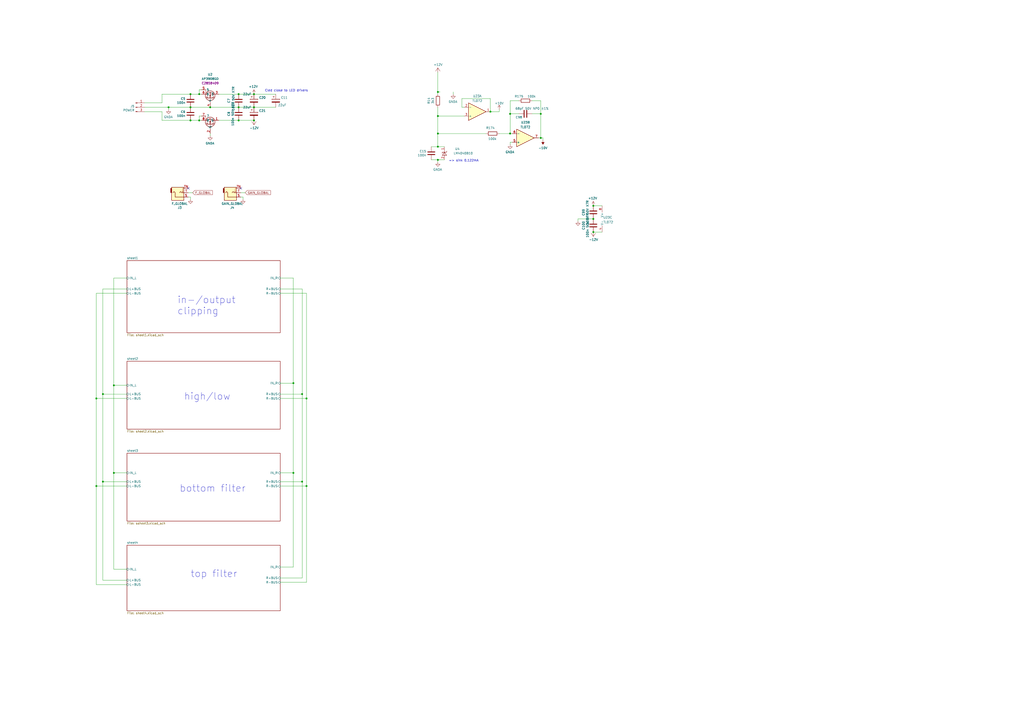
<source format=kicad_sch>
(kicad_sch (version 20230121) (generator eeschema)

  (uuid e63e39d7-6ac0-4ffd-8aa3-1841a4541b55)

  (paper "A2")

  (lib_symbols
    (symbol "AP3908GD:AP3908GD" (in_bom yes) (on_board yes)
      (property "Reference" "U" (at 0 0 0)
        (effects (font (size 1.27 1.27)))
      )
      (property "Value" "AP3908GD" (at 0 0 0)
        (effects (font (size 1.27 1.27)))
      )
      (property "Footprint" "__mysynthparts:AP3908GD" (at 0 0 0)
        (effects (font (size 1.27 1.27)) hide)
      )
      (property "Datasheet" "https://datasheet.lcsc.com/lcsc/2108150230_ALLPOWER-ShenZhen-Quan-Li-Semiconductor-AP3908GD_C2858409.pdf" (at -0.635 0 0)
        (effects (font (size 1.27 1.27)) hide)
      )
      (property "LCSC" "C2858409" (at 0 0 0)
        (effects (font (size 1.27 1.27)))
      )
      (symbol "AP3908GD_0_1"
        (polyline
          (pts
            (xy 7.874 -3.81)
            (xy 5.08 -3.81)
          )
          (stroke (width 0) (type default))
          (fill (type none))
        )
        (polyline
          (pts
            (xy 7.874 -1.905)
            (xy 7.874 -5.715)
          )
          (stroke (width 0.254) (type default))
          (fill (type none))
        )
        (polyline
          (pts
            (xy 8.382 -5.08)
            (xy 8.382 -6.096)
          )
          (stroke (width 0.254) (type default))
          (fill (type none))
        )
        (polyline
          (pts
            (xy 8.382 -3.302)
            (xy 8.382 -4.318)
          )
          (stroke (width 0.254) (type default))
          (fill (type none))
        )
        (polyline
          (pts
            (xy 8.382 -1.524)
            (xy 8.382 -2.54)
          )
          (stroke (width 0.254) (type default))
          (fill (type none))
        )
        (polyline
          (pts
            (xy 10.16 -1.27)
            (xy 10.16 -2.032)
          )
          (stroke (width 0) (type default))
          (fill (type none))
        )
        (polyline
          (pts
            (xy 12.7 -1.27)
            (xy 10.16 -1.27)
          )
          (stroke (width 0.1524) (type default))
          (fill (type none))
        )
        (polyline
          (pts
            (xy 23.114 -3.81)
            (xy 20.32 -3.81)
          )
          (stroke (width 0) (type default))
          (fill (type none))
        )
        (polyline
          (pts
            (xy 23.114 -1.905)
            (xy 23.114 -5.715)
          )
          (stroke (width 0.254) (type default))
          (fill (type none))
        )
        (polyline
          (pts
            (xy 23.622 -5.08)
            (xy 23.622 -6.096)
          )
          (stroke (width 0.254) (type default))
          (fill (type none))
        )
        (polyline
          (pts
            (xy 23.622 -3.302)
            (xy 23.622 -4.318)
          )
          (stroke (width 0.254) (type default))
          (fill (type none))
        )
        (polyline
          (pts
            (xy 23.622 -1.524)
            (xy 23.622 -2.54)
          )
          (stroke (width 0.254) (type default))
          (fill (type none))
        )
        (polyline
          (pts
            (xy 25.4 -1.27)
            (xy 25.4 -2.032)
          )
          (stroke (width 0) (type default))
          (fill (type none))
        )
        (polyline
          (pts
            (xy 27.94 -1.27)
            (xy 25.4 -1.27)
          )
          (stroke (width 0.1524) (type default))
          (fill (type none))
        )
        (polyline
          (pts
            (xy 10.16 -6.35)
            (xy 10.16 -3.81)
            (xy 8.382 -3.81)
          )
          (stroke (width 0) (type default))
          (fill (type none))
        )
        (polyline
          (pts
            (xy 25.4 -6.35)
            (xy 25.4 -3.81)
            (xy 23.622 -3.81)
          )
          (stroke (width 0) (type default))
          (fill (type none))
        )
        (polyline
          (pts
            (xy 8.382 -5.588)
            (xy 10.922 -5.588)
            (xy 10.922 -2.032)
            (xy 8.382 -2.032)
          )
          (stroke (width 0) (type default))
          (fill (type none))
        )
        (polyline
          (pts
            (xy 8.636 -3.81)
            (xy 9.652 -3.429)
            (xy 9.652 -4.191)
            (xy 8.636 -3.81)
          )
          (stroke (width 0) (type default))
          (fill (type outline))
        )
        (polyline
          (pts
            (xy 10.414 -3.302)
            (xy 10.541 -3.429)
            (xy 11.303 -3.429)
            (xy 11.43 -3.556)
          )
          (stroke (width 0) (type default))
          (fill (type none))
        )
        (polyline
          (pts
            (xy 10.922 -3.429)
            (xy 10.541 -4.064)
            (xy 11.303 -4.064)
            (xy 10.922 -3.429)
          )
          (stroke (width 0) (type default))
          (fill (type none))
        )
        (polyline
          (pts
            (xy 23.622 -5.588)
            (xy 26.162 -5.588)
            (xy 26.162 -2.032)
            (xy 23.622 -2.032)
          )
          (stroke (width 0) (type default))
          (fill (type none))
        )
        (polyline
          (pts
            (xy 25.2984 -3.81)
            (xy 24.2824 -4.191)
            (xy 24.2824 -3.429)
            (xy 25.2984 -3.81)
          )
          (stroke (width 0) (type default))
          (fill (type outline))
        )
        (polyline
          (pts
            (xy 26.162 -4.191)
            (xy 26.543 -3.556)
            (xy 25.781 -3.556)
            (xy 26.162 -4.191)
          )
          (stroke (width 0) (type default))
          (fill (type none))
        )
        (polyline
          (pts
            (xy 26.67 -4.318)
            (xy 26.543 -4.191)
            (xy 25.781 -4.191)
            (xy 25.654 -4.064)
          )
          (stroke (width 0) (type default))
          (fill (type none))
        )
        (circle (center 9.271 -3.81) (radius 2.794)
          (stroke (width 0.254) (type default))
          (fill (type none))
        )
        (circle (center 10.16 -5.588) (radius 0.254)
          (stroke (width 0) (type default))
          (fill (type outline))
        )
        (circle (center 10.16 -2.032) (radius 0.254)
          (stroke (width 0) (type default))
          (fill (type outline))
        )
        (circle (center 24.511 -3.81) (radius 2.794)
          (stroke (width 0.254) (type default))
          (fill (type none))
        )
        (circle (center 25.4 -5.588) (radius 0.254)
          (stroke (width 0) (type default))
          (fill (type outline))
        )
        (circle (center 25.4 -2.032) (radius 0.254)
          (stroke (width 0) (type default))
          (fill (type outline))
        )
      )
      (symbol "AP3908GD_1_1"
        (pin passive line (at 10.16 -8.89 90) (length 2.54)
          (name "S" (effects (font (size 1.27 1.27))))
          (number "1" (effects (font (size 1.27 1.27))))
        )
        (pin input line (at 2.54 -3.81 0) (length 2.54)
          (name "G" (effects (font (size 1.27 1.27))))
          (number "2" (effects (font (size 1.27 1.27))))
        )
        (pin passive line (at 25.4 -8.89 90) (length 2.54)
          (name "3" (effects (font (size 1.27 1.27))))
          (number "3" (effects (font (size 1.27 1.27))))
        )
        (pin input line (at 17.78 -3.81 0) (length 2.54)
          (name "4" (effects (font (size 1.27 1.27))))
          (number "4" (effects (font (size 1.27 1.27))))
        )
        (pin passive line (at 27.94 1.27 270) (length 2.54)
          (name "5" (effects (font (size 1.27 1.27))))
          (number "5" (effects (font (size 1.27 1.27))))
        )
        (pin passive line (at 25.4 1.27 270) (length 2.54)
          (name "6" (effects (font (size 1.27 1.27))))
          (number "6" (effects (font (size 1.27 1.27))))
        )
        (pin passive line (at 12.7 1.27 270) (length 2.54)
          (name "7" (effects (font (size 1.27 1.27))))
          (number "7" (effects (font (size 1.27 1.27))))
        )
        (pin passive line (at 10.16 1.27 270) (length 2.54)
          (name "8" (effects (font (size 1.27 1.27))))
          (number "8" (effects (font (size 1.27 1.27))))
        )
      )
    )
    (symbol "Amplifier_Operational:TL072" (pin_names (offset 0.127)) (in_bom yes) (on_board yes)
      (property "Reference" "U" (at 0 5.08 0)
        (effects (font (size 1.27 1.27)) (justify left))
      )
      (property "Value" "TL072" (at 0 -5.08 0)
        (effects (font (size 1.27 1.27)) (justify left))
      )
      (property "Footprint" "" (at 0 0 0)
        (effects (font (size 1.27 1.27)) hide)
      )
      (property "Datasheet" "http://www.ti.com/lit/ds/symlink/tl071.pdf" (at 0 0 0)
        (effects (font (size 1.27 1.27)) hide)
      )
      (property "ki_locked" "" (at 0 0 0)
        (effects (font (size 1.27 1.27)))
      )
      (property "ki_keywords" "dual opamp" (at 0 0 0)
        (effects (font (size 1.27 1.27)) hide)
      )
      (property "ki_description" "Dual Low-Noise JFET-Input Operational Amplifiers, DIP-8/SOIC-8" (at 0 0 0)
        (effects (font (size 1.27 1.27)) hide)
      )
      (property "ki_fp_filters" "SOIC*3.9x4.9mm*P1.27mm* DIP*W7.62mm* TO*99* OnSemi*Micro8* TSSOP*3x3mm*P0.65mm* TSSOP*4.4x3mm*P0.65mm* MSOP*3x3mm*P0.65mm* SSOP*3.9x4.9mm*P0.635mm* LFCSP*2x2mm*P0.5mm* *SIP* SOIC*5.3x6.2mm*P1.27mm*" (at 0 0 0)
        (effects (font (size 1.27 1.27)) hide)
      )
      (symbol "TL072_1_1"
        (polyline
          (pts
            (xy -5.08 5.08)
            (xy 5.08 0)
            (xy -5.08 -5.08)
            (xy -5.08 5.08)
          )
          (stroke (width 0.254) (type default))
          (fill (type background))
        )
        (pin output line (at 7.62 0 180) (length 2.54)
          (name "~" (effects (font (size 1.27 1.27))))
          (number "1" (effects (font (size 1.27 1.27))))
        )
        (pin input line (at -7.62 -2.54 0) (length 2.54)
          (name "-" (effects (font (size 1.27 1.27))))
          (number "2" (effects (font (size 1.27 1.27))))
        )
        (pin input line (at -7.62 2.54 0) (length 2.54)
          (name "+" (effects (font (size 1.27 1.27))))
          (number "3" (effects (font (size 1.27 1.27))))
        )
      )
      (symbol "TL072_2_1"
        (polyline
          (pts
            (xy -5.08 5.08)
            (xy 5.08 0)
            (xy -5.08 -5.08)
            (xy -5.08 5.08)
          )
          (stroke (width 0.254) (type default))
          (fill (type background))
        )
        (pin input line (at -7.62 2.54 0) (length 2.54)
          (name "+" (effects (font (size 1.27 1.27))))
          (number "5" (effects (font (size 1.27 1.27))))
        )
        (pin input line (at -7.62 -2.54 0) (length 2.54)
          (name "-" (effects (font (size 1.27 1.27))))
          (number "6" (effects (font (size 1.27 1.27))))
        )
        (pin output line (at 7.62 0 180) (length 2.54)
          (name "~" (effects (font (size 1.27 1.27))))
          (number "7" (effects (font (size 1.27 1.27))))
        )
      )
      (symbol "TL072_3_1"
        (pin power_in line (at -2.54 -7.62 90) (length 3.81)
          (name "V-" (effects (font (size 1.27 1.27))))
          (number "4" (effects (font (size 1.27 1.27))))
        )
        (pin power_in line (at -2.54 7.62 270) (length 3.81)
          (name "V+" (effects (font (size 1.27 1.27))))
          (number "8" (effects (font (size 1.27 1.27))))
        )
      )
    )
    (symbol "Connector:Conn_01x03_Male" (pin_names (offset 1.016) hide) (in_bom yes) (on_board yes)
      (property "Reference" "J" (at 0 5.08 0)
        (effects (font (size 1.27 1.27)))
      )
      (property "Value" "Conn_01x03_Male" (at 0 -5.08 0)
        (effects (font (size 1.27 1.27)))
      )
      (property "Footprint" "" (at 0 0 0)
        (effects (font (size 1.27 1.27)) hide)
      )
      (property "Datasheet" "~" (at 0 0 0)
        (effects (font (size 1.27 1.27)) hide)
      )
      (property "ki_keywords" "connector" (at 0 0 0)
        (effects (font (size 1.27 1.27)) hide)
      )
      (property "ki_description" "Generic connector, single row, 01x03, script generated (kicad-library-utils/schlib/autogen/connector/)" (at 0 0 0)
        (effects (font (size 1.27 1.27)) hide)
      )
      (property "ki_fp_filters" "Connector*:*_1x??_*" (at 0 0 0)
        (effects (font (size 1.27 1.27)) hide)
      )
      (symbol "Conn_01x03_Male_1_1"
        (polyline
          (pts
            (xy 1.27 -2.54)
            (xy 0.8636 -2.54)
          )
          (stroke (width 0.1524) (type default))
          (fill (type none))
        )
        (polyline
          (pts
            (xy 1.27 0)
            (xy 0.8636 0)
          )
          (stroke (width 0.1524) (type default))
          (fill (type none))
        )
        (polyline
          (pts
            (xy 1.27 2.54)
            (xy 0.8636 2.54)
          )
          (stroke (width 0.1524) (type default))
          (fill (type none))
        )
        (rectangle (start 0.8636 -2.413) (end 0 -2.667)
          (stroke (width 0.1524) (type default))
          (fill (type outline))
        )
        (rectangle (start 0.8636 0.127) (end 0 -0.127)
          (stroke (width 0.1524) (type default))
          (fill (type outline))
        )
        (rectangle (start 0.8636 2.667) (end 0 2.413)
          (stroke (width 0.1524) (type default))
          (fill (type outline))
        )
        (pin passive line (at 5.08 2.54 180) (length 3.81)
          (name "Pin_1" (effects (font (size 1.27 1.27))))
          (number "1" (effects (font (size 1.27 1.27))))
        )
        (pin passive line (at 5.08 0 180) (length 3.81)
          (name "Pin_2" (effects (font (size 1.27 1.27))))
          (number "2" (effects (font (size 1.27 1.27))))
        )
        (pin passive line (at 5.08 -2.54 180) (length 3.81)
          (name "Pin_3" (effects (font (size 1.27 1.27))))
          (number "3" (effects (font (size 1.27 1.27))))
        )
      )
    )
    (symbol "Device:C" (pin_numbers hide) (pin_names (offset 0.254)) (in_bom yes) (on_board yes)
      (property "Reference" "C" (at 0.635 2.54 0)
        (effects (font (size 1.27 1.27)) (justify left))
      )
      (property "Value" "C" (at 0.635 -2.54 0)
        (effects (font (size 1.27 1.27)) (justify left))
      )
      (property "Footprint" "" (at 0.9652 -3.81 0)
        (effects (font (size 1.27 1.27)) hide)
      )
      (property "Datasheet" "~" (at 0 0 0)
        (effects (font (size 1.27 1.27)) hide)
      )
      (property "ki_keywords" "cap capacitor" (at 0 0 0)
        (effects (font (size 1.27 1.27)) hide)
      )
      (property "ki_description" "Unpolarized capacitor" (at 0 0 0)
        (effects (font (size 1.27 1.27)) hide)
      )
      (property "ki_fp_filters" "C_*" (at 0 0 0)
        (effects (font (size 1.27 1.27)) hide)
      )
      (symbol "C_0_1"
        (polyline
          (pts
            (xy -2.032 -0.762)
            (xy 2.032 -0.762)
          )
          (stroke (width 0.508) (type default))
          (fill (type none))
        )
        (polyline
          (pts
            (xy -2.032 0.762)
            (xy 2.032 0.762)
          )
          (stroke (width 0.508) (type default))
          (fill (type none))
        )
      )
      (symbol "C_1_1"
        (pin passive line (at 0 3.81 270) (length 2.794)
          (name "~" (effects (font (size 1.27 1.27))))
          (number "1" (effects (font (size 1.27 1.27))))
        )
        (pin passive line (at 0 -3.81 90) (length 2.794)
          (name "~" (effects (font (size 1.27 1.27))))
          (number "2" (effects (font (size 1.27 1.27))))
        )
      )
    )
    (symbol "Device:C_Polarized" (pin_numbers hide) (pin_names (offset 0.254)) (in_bom yes) (on_board yes)
      (property "Reference" "C" (at 0.635 2.54 0)
        (effects (font (size 1.27 1.27)) (justify left))
      )
      (property "Value" "C_Polarized" (at 0.635 -2.54 0)
        (effects (font (size 1.27 1.27)) (justify left))
      )
      (property "Footprint" "" (at 0.9652 -3.81 0)
        (effects (font (size 1.27 1.27)) hide)
      )
      (property "Datasheet" "~" (at 0 0 0)
        (effects (font (size 1.27 1.27)) hide)
      )
      (property "ki_keywords" "cap capacitor" (at 0 0 0)
        (effects (font (size 1.27 1.27)) hide)
      )
      (property "ki_description" "Polarized capacitor" (at 0 0 0)
        (effects (font (size 1.27 1.27)) hide)
      )
      (property "ki_fp_filters" "CP_*" (at 0 0 0)
        (effects (font (size 1.27 1.27)) hide)
      )
      (symbol "C_Polarized_0_1"
        (rectangle (start -2.286 0.508) (end 2.286 1.016)
          (stroke (width 0) (type default))
          (fill (type none))
        )
        (polyline
          (pts
            (xy -1.778 2.286)
            (xy -0.762 2.286)
          )
          (stroke (width 0) (type default))
          (fill (type none))
        )
        (polyline
          (pts
            (xy -1.27 2.794)
            (xy -1.27 1.778)
          )
          (stroke (width 0) (type default))
          (fill (type none))
        )
        (rectangle (start 2.286 -0.508) (end -2.286 -1.016)
          (stroke (width 0) (type default))
          (fill (type outline))
        )
      )
      (symbol "C_Polarized_1_1"
        (pin passive line (at 0 3.81 270) (length 2.794)
          (name "~" (effects (font (size 1.27 1.27))))
          (number "1" (effects (font (size 1.27 1.27))))
        )
        (pin passive line (at 0 -3.81 90) (length 2.794)
          (name "~" (effects (font (size 1.27 1.27))))
          (number "2" (effects (font (size 1.27 1.27))))
        )
      )
    )
    (symbol "Device:R" (pin_numbers hide) (pin_names (offset 0)) (in_bom yes) (on_board yes)
      (property "Reference" "R" (at 2.032 0 90)
        (effects (font (size 1.27 1.27)))
      )
      (property "Value" "R" (at 0 0 90)
        (effects (font (size 1.27 1.27)))
      )
      (property "Footprint" "" (at -1.778 0 90)
        (effects (font (size 1.27 1.27)) hide)
      )
      (property "Datasheet" "~" (at 0 0 0)
        (effects (font (size 1.27 1.27)) hide)
      )
      (property "ki_keywords" "R res resistor" (at 0 0 0)
        (effects (font (size 1.27 1.27)) hide)
      )
      (property "ki_description" "Resistor" (at 0 0 0)
        (effects (font (size 1.27 1.27)) hide)
      )
      (property "ki_fp_filters" "R_*" (at 0 0 0)
        (effects (font (size 1.27 1.27)) hide)
      )
      (symbol "R_0_1"
        (rectangle (start -1.016 -2.54) (end 1.016 2.54)
          (stroke (width 0.254) (type default))
          (fill (type none))
        )
      )
      (symbol "R_1_1"
        (pin passive line (at 0 3.81 270) (length 1.27)
          (name "~" (effects (font (size 1.27 1.27))))
          (number "1" (effects (font (size 1.27 1.27))))
        )
        (pin passive line (at 0 -3.81 90) (length 1.27)
          (name "~" (effects (font (size 1.27 1.27))))
          (number "2" (effects (font (size 1.27 1.27))))
        )
      )
    )
    (symbol "MySynthParts:+12V" (power) (pin_names (offset 0)) (in_bom yes) (on_board yes)
      (property "Reference" "#PWR" (at 0 -3.81 0)
        (effects (font (size 1.27 1.27)) hide)
      )
      (property "Value" "MySynthParts_+12V" (at 0 3.556 0)
        (effects (font (size 1.27 1.27)))
      )
      (property "Footprint" "" (at 0 0 0)
        (effects (font (size 1.524 1.524)))
      )
      (property "Datasheet" "" (at 0 0 0)
        (effects (font (size 1.524 1.524)))
      )
      (symbol "+12V_0_1"
        (polyline
          (pts
            (xy 0 0)
            (xy 0 2.54)
          )
          (stroke (width 0) (type default))
          (fill (type none))
        )
        (polyline
          (pts
            (xy 0 2.54)
            (xy -1.27 0.635)
          )
          (stroke (width 0) (type default))
          (fill (type none))
        )
        (polyline
          (pts
            (xy 0 2.54)
            (xy 1.27 0.635)
          )
          (stroke (width 0) (type default))
          (fill (type none))
        )
      )
      (symbol "+12V_1_1"
        (pin power_in line (at 0 0 90) (length 0) hide
          (name "+12V" (effects (font (size 1.27 1.27))))
          (number "1" (effects (font (size 1.27 1.27))))
        )
      )
    )
    (symbol "MySynthParts:-12V" (power) (pin_names (offset 0)) (in_bom yes) (on_board yes)
      (property "Reference" "#PWR" (at 0 -3.81 0)
        (effects (font (size 1.27 1.27)) hide)
      )
      (property "Value" "MySynthParts_-12V" (at 0 3.556 0)
        (effects (font (size 1.27 1.27)))
      )
      (property "Footprint" "" (at 0 0 0)
        (effects (font (size 1.524 1.524)))
      )
      (property "Datasheet" "" (at 0 0 0)
        (effects (font (size 1.524 1.524)))
      )
      (symbol "-12V_0_1"
        (polyline
          (pts
            (xy 0 0)
            (xy 0 2.54)
          )
          (stroke (width 0) (type default))
          (fill (type none))
        )
        (polyline
          (pts
            (xy 0 2.54)
            (xy -1.27 0.635)
          )
          (stroke (width 0) (type default))
          (fill (type none))
        )
        (polyline
          (pts
            (xy 0 2.54)
            (xy 1.27 0.635)
          )
          (stroke (width 0) (type default))
          (fill (type none))
        )
      )
      (symbol "-12V_1_1"
        (pin power_in line (at 0 0 90) (length 0) hide
          (name "-12V" (effects (font (size 1.27 1.27))))
          (number "1" (effects (font (size 1.27 1.27))))
        )
      )
    )
    (symbol "Reference_Voltage:LM4040DBZ-5" (pin_names (offset 0.0254) hide) (in_bom yes) (on_board yes)
      (property "Reference" "U" (at 0 2.54 0)
        (effects (font (size 1.27 1.27)))
      )
      (property "Value" "LM4040DBZ-5" (at 0 -3.175 0)
        (effects (font (size 1.27 1.27)))
      )
      (property "Footprint" "Package_TO_SOT_SMD:SOT-23" (at 0 -5.08 0)
        (effects (font (size 1.27 1.27) italic) hide)
      )
      (property "Datasheet" "http://www.ti.com/lit/ds/symlink/lm4040-n.pdf" (at 0 0 0)
        (effects (font (size 1.27 1.27) italic) hide)
      )
      (property "ki_keywords" "diode device voltage reference shunt" (at 0 0 0)
        (effects (font (size 1.27 1.27)) hide)
      )
      (property "ki_description" "5.000V Precision Micropower Shunt Voltage Reference, SOT-23" (at 0 0 0)
        (effects (font (size 1.27 1.27)) hide)
      )
      (property "ki_fp_filters" "SOT?23*" (at 0 0 0)
        (effects (font (size 1.27 1.27)) hide)
      )
      (symbol "LM4040DBZ-5_0_1"
        (polyline
          (pts
            (xy -1.27 0)
            (xy 0 0)
            (xy 1.27 0)
          )
          (stroke (width 0) (type default))
          (fill (type none))
        )
        (polyline
          (pts
            (xy -1.27 -1.27)
            (xy 0.635 0)
            (xy -1.27 1.27)
            (xy -1.27 -1.27)
          )
          (stroke (width 0.2032) (type default))
          (fill (type none))
        )
        (polyline
          (pts
            (xy 0 -1.27)
            (xy 0.635 -1.27)
            (xy 0.635 1.27)
            (xy 1.27 1.27)
          )
          (stroke (width 0.2032) (type default))
          (fill (type none))
        )
      )
      (symbol "LM4040DBZ-5_1_1"
        (pin passive line (at 3.81 0 180) (length 2.54)
          (name "K" (effects (font (size 1.27 1.27))))
          (number "1" (effects (font (size 1.27 1.27))))
        )
        (pin passive line (at -3.81 0 0) (length 2.54)
          (name "A" (effects (font (size 1.27 1.27))))
          (number "2" (effects (font (size 1.27 1.27))))
        )
      )
    )
    (symbol "ad633muliply-rescue:AudioJack2_Ground_Switch-Connector" (pin_names (offset 1.016)) (in_bom yes) (on_board yes)
      (property "Reference" "J" (at 0 8.89 0)
        (effects (font (size 1.27 1.27)))
      )
      (property "Value" "AudioJack2_Ground_Switch-Connector" (at 0 6.35 0)
        (effects (font (size 1.27 1.27)))
      )
      (property "Footprint" "" (at 0 0 0)
        (effects (font (size 1.27 1.27)) hide)
      )
      (property "Datasheet" "" (at 0 0 0)
        (effects (font (size 1.27 1.27)) hide)
      )
      (symbol "AudioJack2_Ground_Switch-Connector_0_1"
        (rectangle (start -4.445 -2.54) (end -5.207 0)
          (stroke (width 0) (type default))
          (fill (type outline))
        )
        (polyline
          (pts
            (xy 1.778 -0.254)
            (xy 2.032 -0.762)
          )
          (stroke (width 0) (type default))
          (fill (type none))
        )
        (polyline
          (pts
            (xy 0 0)
            (xy 0.635 -0.635)
            (xy 1.27 0)
            (xy 2.54 0)
          )
          (stroke (width 0.254) (type default))
          (fill (type none))
        )
        (polyline
          (pts
            (xy 2.54 -2.54)
            (xy 1.778 -2.54)
            (xy 1.778 -0.254)
            (xy 1.524 -0.762)
          )
          (stroke (width 0) (type default))
          (fill (type none))
        )
        (polyline
          (pts
            (xy 2.54 2.54)
            (xy -2.54 2.54)
            (xy -2.54 0)
            (xy -3.175 -0.635)
            (xy -3.81 0)
          )
          (stroke (width 0.254) (type default))
          (fill (type none))
        )
        (rectangle (start 2.54 -3.175) (end -4.572 4.445)
          (stroke (width 0.254) (type default))
          (fill (type background))
        )
      )
      (symbol "AudioJack2_Ground_Switch-Connector_1_1"
        (pin passive line (at 5.08 2.54 180) (length 2.54)
          (name "~" (effects (font (size 1.27 1.27))))
          (number "S" (effects (font (size 1.27 1.27))))
        )
        (pin passive line (at 5.08 0 180) (length 2.54)
          (name "~" (effects (font (size 1.27 1.27))))
          (number "T" (effects (font (size 1.27 1.27))))
        )
        (pin passive line (at 5.08 -2.54 180) (length 2.54)
          (name "~" (effects (font (size 1.27 1.27))))
          (number "TN" (effects (font (size 1.27 1.27))))
        )
      )
    )
    (symbol "power:+10V" (power) (pin_names (offset 0)) (in_bom yes) (on_board yes)
      (property "Reference" "#PWR" (at 0 -3.81 0)
        (effects (font (size 1.27 1.27)) hide)
      )
      (property "Value" "+10V" (at 0 3.556 0)
        (effects (font (size 1.27 1.27)))
      )
      (property "Footprint" "" (at 0 0 0)
        (effects (font (size 1.27 1.27)) hide)
      )
      (property "Datasheet" "" (at 0 0 0)
        (effects (font (size 1.27 1.27)) hide)
      )
      (property "ki_keywords" "power-flag" (at 0 0 0)
        (effects (font (size 1.27 1.27)) hide)
      )
      (property "ki_description" "Power symbol creates a global label with name \"+10V\"" (at 0 0 0)
        (effects (font (size 1.27 1.27)) hide)
      )
      (symbol "+10V_0_1"
        (polyline
          (pts
            (xy -0.762 1.27)
            (xy 0 2.54)
          )
          (stroke (width 0) (type default))
          (fill (type none))
        )
        (polyline
          (pts
            (xy 0 0)
            (xy 0 2.54)
          )
          (stroke (width 0) (type default))
          (fill (type none))
        )
        (polyline
          (pts
            (xy 0 2.54)
            (xy 0.762 1.27)
          )
          (stroke (width 0) (type default))
          (fill (type none))
        )
      )
      (symbol "+10V_1_1"
        (pin power_in line (at 0 0 90) (length 0) hide
          (name "+10V" (effects (font (size 1.27 1.27))))
          (number "1" (effects (font (size 1.27 1.27))))
        )
      )
    )
    (symbol "power:+12V" (power) (pin_names (offset 0)) (in_bom yes) (on_board yes)
      (property "Reference" "#PWR" (at 0 -3.81 0)
        (effects (font (size 1.27 1.27)) hide)
      )
      (property "Value" "+12V" (at 0 3.556 0)
        (effects (font (size 1.27 1.27)))
      )
      (property "Footprint" "" (at 0 0 0)
        (effects (font (size 1.27 1.27)) hide)
      )
      (property "Datasheet" "" (at 0 0 0)
        (effects (font (size 1.27 1.27)) hide)
      )
      (property "ki_keywords" "power-flag" (at 0 0 0)
        (effects (font (size 1.27 1.27)) hide)
      )
      (property "ki_description" "Power symbol creates a global label with name \"+12V\"" (at 0 0 0)
        (effects (font (size 1.27 1.27)) hide)
      )
      (symbol "+12V_0_1"
        (polyline
          (pts
            (xy -0.762 1.27)
            (xy 0 2.54)
          )
          (stroke (width 0) (type default))
          (fill (type none))
        )
        (polyline
          (pts
            (xy 0 0)
            (xy 0 2.54)
          )
          (stroke (width 0) (type default))
          (fill (type none))
        )
        (polyline
          (pts
            (xy 0 2.54)
            (xy 0.762 1.27)
          )
          (stroke (width 0) (type default))
          (fill (type none))
        )
      )
      (symbol "+12V_1_1"
        (pin power_in line (at 0 0 90) (length 0) hide
          (name "+12V" (effects (font (size 1.27 1.27))))
          (number "1" (effects (font (size 1.27 1.27))))
        )
      )
    )
    (symbol "power:-10V" (power) (pin_names (offset 0)) (in_bom yes) (on_board yes)
      (property "Reference" "#PWR" (at 0 2.54 0)
        (effects (font (size 1.27 1.27)) hide)
      )
      (property "Value" "-10V" (at 0 3.81 0)
        (effects (font (size 1.27 1.27)))
      )
      (property "Footprint" "" (at 0 0 0)
        (effects (font (size 1.27 1.27)) hide)
      )
      (property "Datasheet" "" (at 0 0 0)
        (effects (font (size 1.27 1.27)) hide)
      )
      (property "ki_keywords" "power-flag" (at 0 0 0)
        (effects (font (size 1.27 1.27)) hide)
      )
      (property "ki_description" "Power symbol creates a global label with name \"-10V\"" (at 0 0 0)
        (effects (font (size 1.27 1.27)) hide)
      )
      (symbol "-10V_0_0"
        (pin power_in line (at 0 0 90) (length 0) hide
          (name "-10V" (effects (font (size 1.27 1.27))))
          (number "1" (effects (font (size 1.27 1.27))))
        )
      )
      (symbol "-10V_0_1"
        (polyline
          (pts
            (xy 0 0)
            (xy 0 1.27)
            (xy 0.762 1.27)
            (xy 0 2.54)
            (xy -0.762 1.27)
            (xy 0 1.27)
          )
          (stroke (width 0) (type default))
          (fill (type outline))
        )
      )
    )
    (symbol "power:GNDA" (power) (pin_names (offset 0)) (in_bom yes) (on_board yes)
      (property "Reference" "#PWR" (at 0 -6.35 0)
        (effects (font (size 1.27 1.27)) hide)
      )
      (property "Value" "GNDA" (at 0 -3.81 0)
        (effects (font (size 1.27 1.27)))
      )
      (property "Footprint" "" (at 0 0 0)
        (effects (font (size 1.27 1.27)) hide)
      )
      (property "Datasheet" "" (at 0 0 0)
        (effects (font (size 1.27 1.27)) hide)
      )
      (property "ki_keywords" "power-flag" (at 0 0 0)
        (effects (font (size 1.27 1.27)) hide)
      )
      (property "ki_description" "Power symbol creates a global label with name \"GNDA\" , analog ground" (at 0 0 0)
        (effects (font (size 1.27 1.27)) hide)
      )
      (symbol "GNDA_0_1"
        (polyline
          (pts
            (xy 0 0)
            (xy 0 -1.27)
            (xy 1.27 -1.27)
            (xy 0 -2.54)
            (xy -1.27 -1.27)
            (xy 0 -1.27)
          )
          (stroke (width 0) (type default))
          (fill (type none))
        )
      )
      (symbol "GNDA_1_1"
        (pin power_in line (at 0 0 270) (length 0) hide
          (name "GNDA" (effects (font (size 1.27 1.27))))
          (number "1" (effects (font (size 1.27 1.27))))
        )
      )
    )
  )

  (junction (at 147.32 54.61) (diameter 0) (color 0 0 0 0)
    (uuid 024cc228-24ff-4947-8565-1c5f6228feb4)
  )
  (junction (at 121.92 62.23) (diameter 0) (color 0 0 0 0)
    (uuid 06b0d769-19d5-4555-af1d-eade504b0ee5)
  )
  (junction (at 138.43 62.23) (diameter 0) (color 0 0 0 0)
    (uuid 09256553-c6a0-4147-8d5f-1d8fa88da541)
  )
  (junction (at 344.17 119.38) (diameter 0) (color 0 0 0 0)
    (uuid 0a542213-7863-4f13-8cbf-e8a57115d7c5)
  )
  (junction (at 170.18 274.32) (diameter 0) (color 0 0 0 0)
    (uuid 0ab93736-0a20-4c0d-bb92-79c6b2f6de3d)
  )
  (junction (at 110.49 69.85) (diameter 0) (color 0 0 0 0)
    (uuid 120429b0-08d6-4d41-9984-dc87303fd977)
  )
  (junction (at 110.49 54.61) (diameter 0) (color 0 0 0 0)
    (uuid 1d4c1d77-cd21-4687-ab12-6c15134c4bed)
  )
  (junction (at 115.57 69.85) (diameter 0) (color 0 0 0 0)
    (uuid 24508ce5-0503-496f-bb98-aaa6759ed519)
  )
  (junction (at 177.8 281.94) (diameter 0) (color 0 0 0 0)
    (uuid 25fdfe5b-88be-4b82-ad26-e8853167d432)
  )
  (junction (at 254 77.47) (diameter 0) (color 0 0 0 0)
    (uuid 26caf617-7f14-4cbc-a454-c6cd07d2dac5)
  )
  (junction (at 66.04 274.32) (diameter 0) (color 0 0 0 0)
    (uuid 33814424-69c0-4895-b73f-1a67cd602c28)
  )
  (junction (at 175.26 228.6) (diameter 0) (color 0 0 0 0)
    (uuid 4826930e-b9d9-473d-9219-a5e3d6ab32db)
  )
  (junction (at 313.69 80.01) (diameter 0) (color 0 0 0 0)
    (uuid 529afbaa-acf2-417b-9873-f38a3bec2e49)
  )
  (junction (at 254 85.09) (diameter 0) (color 0 0 0 0)
    (uuid 5621f04b-77b6-474f-a837-7937d4d6ce1a)
  )
  (junction (at 110.49 62.23) (diameter 0) (color 0 0 0 0)
    (uuid 582e3d37-fef6-4456-8e67-1d2b6d8ef529)
  )
  (junction (at 55.88 281.94) (diameter 0) (color 0 0 0 0)
    (uuid 595ce6e3-e4a0-4868-addb-76408e5a031f)
  )
  (junction (at 177.8 231.14) (diameter 0) (color 0 0 0 0)
    (uuid 5b297514-17bc-4b28-92fc-36dd83ef8997)
  )
  (junction (at 147.32 69.85) (diameter 0) (color 0 0 0 0)
    (uuid 5c6126c4-8ef8-4cdc-8f8f-dff785f5c06f)
  )
  (junction (at 295.91 66.04) (diameter 0) (color 0 0 0 0)
    (uuid 66a4d168-33c1-4c8c-a86d-1c639a460d21)
  )
  (junction (at 175.26 279.4) (diameter 0) (color 0 0 0 0)
    (uuid 71ebeb77-bc54-43d0-bad6-45405931d085)
  )
  (junction (at 59.69 228.6) (diameter 0) (color 0 0 0 0)
    (uuid 7633553b-2a36-4990-98ef-394b27001346)
  )
  (junction (at 313.69 66.04) (diameter 0) (color 0 0 0 0)
    (uuid 77b3a082-8b06-4e3a-87be-2eb7640c8fcd)
  )
  (junction (at 97.79 62.23) (diameter 0) (color 0 0 0 0)
    (uuid 824a918c-92eb-4674-84a9-53b59e4796b6)
  )
  (junction (at 59.69 279.4) (diameter 0) (color 0 0 0 0)
    (uuid 873c23f9-f198-46ad-aaef-4d4a4e11455a)
  )
  (junction (at 254 92.71) (diameter 0) (color 0 0 0 0)
    (uuid 9d189486-a8c3-4597-9d6b-557a5dbc57f4)
  )
  (junction (at 344.17 134.62) (diameter 0) (color 0 0 0 0)
    (uuid a6f6ef48-02d2-4424-a52a-1a688bbdfd16)
  )
  (junction (at 66.04 223.52) (diameter 0) (color 0 0 0 0)
    (uuid ae046764-6a13-4e24-96d8-4d4ea2ac8e0f)
  )
  (junction (at 138.43 69.85) (diameter 0) (color 0 0 0 0)
    (uuid aec5e357-2a41-48f4-b940-073bf2dfd9c3)
  )
  (junction (at 170.18 222.25) (diameter 0) (color 0 0 0 0)
    (uuid b164bbf6-ad95-4c84-a2e4-a75dfb6abe28)
  )
  (junction (at 55.88 231.14) (diameter 0) (color 0 0 0 0)
    (uuid b524e5af-4e39-406a-a158-2448bd54110d)
  )
  (junction (at 295.91 77.47) (diameter 0) (color 0 0 0 0)
    (uuid bb399260-4ab2-4d07-a3d1-bada17eca768)
  )
  (junction (at 254 67.31) (diameter 0) (color 0 0 0 0)
    (uuid c81a8247-716e-4bc9-991f-af46076fd610)
  )
  (junction (at 284.48 64.77) (diameter 0) (color 0 0 0 0)
    (uuid ccf6fe0f-4cc9-4919-88bd-ffad7d650352)
  )
  (junction (at 254 53.34) (diameter 0) (color 0 0 0 0)
    (uuid d16c726c-804d-4a02-96d0-9a66f9cbded7)
  )
  (junction (at 138.43 54.61) (diameter 0) (color 0 0 0 0)
    (uuid e8839a18-97cb-4145-9cea-375c4eec7493)
  )
  (junction (at 344.17 127) (diameter 0) (color 0 0 0 0)
    (uuid e8e1b7cb-1656-4d37-9b26-2ce95d028b39)
  )
  (junction (at 147.32 62.23) (diameter 0) (color 0 0 0 0)
    (uuid ed921a44-ffae-40b4-9e01-2988eb3f17a6)
  )
  (junction (at 115.57 54.61) (diameter 0) (color 0 0 0 0)
    (uuid fce2cd1b-cdee-4f26-b725-febe4c6ee1ae)
  )

  (no_connect (at 139.7 109.22) (uuid 65fb7f14-679b-4e61-850c-bc1287ed2331))
  (no_connect (at 109.22 109.22) (uuid a8c5022b-20d4-4b51-91d6-2788cb6c42c1))

  (wire (pts (xy 147.32 54.61) (xy 160.02 54.61))
    (stroke (width 0) (type default))
    (uuid 0509bbaa-ff81-44a2-9115-ebc7de475c00)
  )
  (wire (pts (xy 284.48 57.15) (xy 284.48 64.77))
    (stroke (width 0) (type default))
    (uuid 059d727e-81c8-4fe3-9f15-b8bd593c3770)
  )
  (wire (pts (xy 97.79 62.23) (xy 97.79 63.5))
    (stroke (width 0) (type default))
    (uuid 05cae3cb-5a47-4b4f-904d-eb864651ee14)
  )
  (wire (pts (xy 115.57 69.85) (xy 116.84 69.85))
    (stroke (width 0) (type default))
    (uuid 088b0606-d1f4-44a1-828d-056579b34881)
  )
  (wire (pts (xy 59.69 167.64) (xy 59.69 228.6))
    (stroke (width 0) (type default))
    (uuid 0a833a7e-0ac8-4569-9dc2-49ad9e8d917c)
  )
  (wire (pts (xy 110.49 54.61) (xy 115.57 54.61))
    (stroke (width 0) (type default))
    (uuid 0ae2e950-eed9-459b-987b-97ada5656df1)
  )
  (wire (pts (xy 59.69 336.55) (xy 59.69 279.4))
    (stroke (width 0) (type default))
    (uuid 0b615c3b-035a-4e5a-94db-08ead3843ea8)
  )
  (wire (pts (xy 59.69 279.4) (xy 59.69 228.6))
    (stroke (width 0) (type default))
    (uuid 15a7d979-ef0f-49b3-87f4-f6a804847997)
  )
  (wire (pts (xy 116.84 52.07) (xy 115.57 52.07))
    (stroke (width 0) (type default))
    (uuid 218121ad-fe34-40c6-b538-191b9aa46767)
  )
  (wire (pts (xy 175.26 279.4) (xy 175.26 335.28))
    (stroke (width 0) (type default))
    (uuid 2379cf4b-db5c-4dde-99c6-daf1fdeb36e8)
  )
  (wire (pts (xy 308.61 66.04) (xy 313.69 66.04))
    (stroke (width 0) (type default))
    (uuid 24071d8a-4525-4789-bf7c-5e550f489551)
  )
  (wire (pts (xy 284.48 57.15) (xy 267.97 57.15))
    (stroke (width 0) (type default))
    (uuid 241e3583-bcbd-4bd6-8a59-13b5f2d486a2)
  )
  (wire (pts (xy 254 85.09) (xy 250.19 85.09))
    (stroke (width 0) (type default))
    (uuid 24a7a4a8-47c3-4360-9a6d-2802de24d004)
  )
  (wire (pts (xy 177.8 231.14) (xy 177.8 281.94))
    (stroke (width 0) (type default))
    (uuid 2a46e458-5657-43db-a59d-60e4651666fe)
  )
  (wire (pts (xy 73.66 339.09) (xy 55.88 339.09))
    (stroke (width 0) (type default))
    (uuid 2e0d54eb-e30b-4dad-9750-fa0470becea0)
  )
  (wire (pts (xy 138.43 69.85) (xy 127 69.85))
    (stroke (width 0) (type default))
    (uuid 2ed86c5d-11f6-4a4e-bb51-d972acc5ffde)
  )
  (wire (pts (xy 295.91 66.04) (xy 300.99 66.04))
    (stroke (width 0) (type default))
    (uuid 3d7cde86-ed86-4343-8a4a-fbc61d83dea2)
  )
  (wire (pts (xy 93.98 69.85) (xy 110.49 69.85))
    (stroke (width 0) (type default))
    (uuid 3e69a640-265c-4c1c-90f8-98da87e29493)
  )
  (wire (pts (xy 267.97 62.23) (xy 269.24 62.23))
    (stroke (width 0) (type default))
    (uuid 3ea0b002-0f79-4f14-98cd-6a037e3147ef)
  )
  (wire (pts (xy 267.97 57.15) (xy 267.97 62.23))
    (stroke (width 0) (type default))
    (uuid 3f50d3ad-b42f-43ee-ad19-107a1c1ae3b1)
  )
  (wire (pts (xy 335.28 127) (xy 344.17 127))
    (stroke (width 0) (type default))
    (uuid 42101d63-fda5-42e5-a173-630f0de9340d)
  )
  (wire (pts (xy 257.81 92.71) (xy 254 92.71))
    (stroke (width 0) (type default))
    (uuid 455b0eb5-8f9a-46af-ad59-d36796253d67)
  )
  (wire (pts (xy 162.56 328.93) (xy 170.18 328.93))
    (stroke (width 0) (type default))
    (uuid 49e55b7d-0030-415d-ae07-7742a8a31aa1)
  )
  (wire (pts (xy 254 92.71) (xy 254 93.98))
    (stroke (width 0) (type default))
    (uuid 4a08727c-d622-482f-80ba-c90ab0855fff)
  )
  (wire (pts (xy 257.81 85.09) (xy 254 85.09))
    (stroke (width 0) (type default))
    (uuid 4e1dec07-3d34-4312-b924-8f2a4e15fbc8)
  )
  (wire (pts (xy 262.89 53.34) (xy 262.89 54.61))
    (stroke (width 0) (type default))
    (uuid 4e92ad01-71b5-4cde-abaa-5fc366894036)
  )
  (wire (pts (xy 55.88 170.18) (xy 55.88 231.14))
    (stroke (width 0) (type default))
    (uuid 4f91f338-1b66-422c-86de-03e72a556e0f)
  )
  (wire (pts (xy 97.79 62.23) (xy 83.82 62.23))
    (stroke (width 0) (type default))
    (uuid 4fd926e6-c917-42f1-a295-bdd1e4a177f6)
  )
  (wire (pts (xy 73.66 336.55) (xy 59.69 336.55))
    (stroke (width 0) (type default))
    (uuid 5251a6e7-4e52-4eeb-bf85-7f70db5e8fcf)
  )
  (wire (pts (xy 250.19 92.71) (xy 254 92.71))
    (stroke (width 0) (type default))
    (uuid 54148691-bfb4-408d-8728-635ad1151fa5)
  )
  (wire (pts (xy 289.56 63.5) (xy 289.56 64.77))
    (stroke (width 0) (type default))
    (uuid 543c9be5-eed8-4258-9ee8-7e133f8c9654)
  )
  (wire (pts (xy 138.43 62.23) (xy 121.92 62.23))
    (stroke (width 0) (type default))
    (uuid 56f6fbf4-93e2-4067-9f1a-63f2550d6e8b)
  )
  (wire (pts (xy 297.18 82.55) (xy 295.91 82.55))
    (stroke (width 0) (type default))
    (uuid 573d707a-4758-4815-b688-14646e6b76f0)
  )
  (wire (pts (xy 73.66 167.64) (xy 59.69 167.64))
    (stroke (width 0) (type default))
    (uuid 59b6c0b7-c347-4a0d-930e-5af112c66281)
  )
  (wire (pts (xy 138.43 54.61) (xy 127 54.61))
    (stroke (width 0) (type default))
    (uuid 5a0f3f53-c09e-4355-b6f4-a3b873976863)
  )
  (wire (pts (xy 116.84 67.31) (xy 115.57 67.31))
    (stroke (width 0) (type default))
    (uuid 5b0d1b22-10ca-4da8-864f-826d5f592331)
  )
  (wire (pts (xy 254 41.91) (xy 254 53.34))
    (stroke (width 0) (type default))
    (uuid 5b5c25dd-a2ad-4a7b-b172-73d44fdae41f)
  )
  (wire (pts (xy 66.04 274.32) (xy 66.04 223.52))
    (stroke (width 0) (type default))
    (uuid 5c02fa95-7df4-4018-9655-1c08155f6638)
  )
  (wire (pts (xy 289.56 77.47) (xy 295.91 77.47))
    (stroke (width 0) (type default))
    (uuid 5da1d92e-9163-4cce-9388-af0bf7aa9297)
  )
  (wire (pts (xy 295.91 82.55) (xy 295.91 83.82))
    (stroke (width 0) (type default))
    (uuid 5fbeba5f-bdc1-471c-bede-70c2ab17d7d9)
  )
  (wire (pts (xy 254 67.31) (xy 254 77.47))
    (stroke (width 0) (type default))
    (uuid 626aecf0-0d6c-4be4-955c-561ed58eeb51)
  )
  (wire (pts (xy 140.97 115.57) (xy 140.97 114.3))
    (stroke (width 0) (type default))
    (uuid 626f74eb-0ea5-40b1-bf0a-71a83253edc2)
  )
  (wire (pts (xy 66.04 161.29) (xy 66.04 223.52))
    (stroke (width 0) (type default))
    (uuid 642bce19-1068-48e9-b92f-daa164e017a0)
  )
  (wire (pts (xy 55.88 231.14) (xy 55.88 281.94))
    (stroke (width 0) (type default))
    (uuid 6582b4cb-bdab-472e-b42a-5f81cb15004f)
  )
  (wire (pts (xy 170.18 222.25) (xy 162.56 222.25))
    (stroke (width 0) (type default))
    (uuid 68ca6922-fc06-4543-95d7-924a94fa5f3a)
  )
  (wire (pts (xy 175.26 279.4) (xy 162.56 279.4))
    (stroke (width 0) (type default))
    (uuid 6a0a59b9-bbf9-43b8-ad98-380cde3b1911)
  )
  (wire (pts (xy 344.17 119.38) (xy 349.25 119.38))
    (stroke (width 0) (type default))
    (uuid 6a1b014d-72e7-49a7-8119-f1ea349fd461)
  )
  (wire (pts (xy 55.88 281.94) (xy 73.66 281.94))
    (stroke (width 0) (type default))
    (uuid 6ad6135c-525f-4e7d-9f32-d7aaa16e9412)
  )
  (wire (pts (xy 59.69 228.6) (xy 73.66 228.6))
    (stroke (width 0) (type default))
    (uuid 6d16d54b-4374-49c3-b20e-65b945b1ba14)
  )
  (wire (pts (xy 295.91 58.42) (xy 295.91 66.04))
    (stroke (width 0) (type default))
    (uuid 6e0abcc9-6f66-446c-88d7-55e1d396c56e)
  )
  (wire (pts (xy 162.56 337.82) (xy 177.8 337.82))
    (stroke (width 0) (type default))
    (uuid 6e5e4aa9-19ed-4959-b6ed-246961c65af5)
  )
  (wire (pts (xy 115.57 52.07) (xy 115.57 54.61))
    (stroke (width 0) (type default))
    (uuid 6f7f232e-71ee-428b-90e4-6e224f14e90c)
  )
  (wire (pts (xy 147.32 62.23) (xy 160.02 62.23))
    (stroke (width 0) (type default))
    (uuid 723f281e-d45b-43e8-bc26-55427c4de886)
  )
  (wire (pts (xy 140.97 114.3) (xy 139.7 114.3))
    (stroke (width 0) (type default))
    (uuid 74768c37-d78c-4c26-bdb1-3acfc4395297)
  )
  (wire (pts (xy 93.98 59.69) (xy 83.82 59.69))
    (stroke (width 0) (type default))
    (uuid 74ccca4c-ddf2-4abc-b864-a596822e742f)
  )
  (wire (pts (xy 295.91 66.04) (xy 295.91 77.47))
    (stroke (width 0) (type default))
    (uuid 7603efbe-6e9c-456c-88da-07c9eeb6ff83)
  )
  (wire (pts (xy 175.26 167.64) (xy 175.26 228.6))
    (stroke (width 0) (type default))
    (uuid 78256259-787f-4156-ab62-268320ec2da0)
  )
  (wire (pts (xy 110.49 115.57) (xy 110.49 114.3))
    (stroke (width 0) (type default))
    (uuid 86a58a9c-9187-4b03-a6dd-ae1f2e9471dd)
  )
  (wire (pts (xy 254 67.31) (xy 269.24 67.31))
    (stroke (width 0) (type default))
    (uuid 8c505411-d972-4643-8322-7a2a4cfedce6)
  )
  (wire (pts (xy 115.57 54.61) (xy 116.84 54.61))
    (stroke (width 0) (type default))
    (uuid 8cd40bcc-c319-4dba-a42e-a2fffa98d431)
  )
  (wire (pts (xy 110.49 69.85) (xy 115.57 69.85))
    (stroke (width 0) (type default))
    (uuid 8dddac9f-263c-4751-af65-f77fb6a29ade)
  )
  (wire (pts (xy 314.96 80.01) (xy 313.69 80.01))
    (stroke (width 0) (type default))
    (uuid 8e5876b1-ef43-4976-9ebb-3e1a3096f28d)
  )
  (wire (pts (xy 162.56 231.14) (xy 177.8 231.14))
    (stroke (width 0) (type default))
    (uuid 8e6d89d4-6d7a-4524-a375-c25bea616e9a)
  )
  (wire (pts (xy 255.27 53.34) (xy 254 53.34))
    (stroke (width 0) (type default))
    (uuid 8ef9ab07-6547-4163-8d00-c735630b296a)
  )
  (wire (pts (xy 147.32 54.61) (xy 138.43 54.61))
    (stroke (width 0) (type default))
    (uuid 92c8a17b-3e26-4390-b1f7-da4008ac84e3)
  )
  (wire (pts (xy 110.49 62.23) (xy 121.92 62.23))
    (stroke (width 0) (type default))
    (uuid 954bbeea-e0b4-4525-9f21-d99c6967fa1f)
  )
  (wire (pts (xy 314.96 81.28) (xy 314.96 80.01))
    (stroke (width 0) (type default))
    (uuid 97699161-d3c2-476a-b355-9fe1cc945d6d)
  )
  (wire (pts (xy 66.04 330.2) (xy 66.04 274.32))
    (stroke (width 0) (type default))
    (uuid 9a7f247b-a573-4bf0-b2f1-1ad416b7520c)
  )
  (wire (pts (xy 138.43 62.23) (xy 147.32 62.23))
    (stroke (width 0) (type default))
    (uuid 9f86e89e-cb32-4bd0-a0ee-743b433bd132)
  )
  (wire (pts (xy 177.8 337.82) (xy 177.8 281.94))
    (stroke (width 0) (type default))
    (uuid 9fea77e2-1c0e-4328-966b-e71e6af3b5a0)
  )
  (wire (pts (xy 313.69 58.42) (xy 313.69 66.04))
    (stroke (width 0) (type default))
    (uuid a01a4076-22e9-4962-9879-289753d646c3)
  )
  (wire (pts (xy 73.66 274.32) (xy 66.04 274.32))
    (stroke (width 0) (type default))
    (uuid a49d1032-8f52-4dee-9b96-cd9239991b9a)
  )
  (wire (pts (xy 170.18 328.93) (xy 170.18 274.32))
    (stroke (width 0) (type default))
    (uuid a49d19ec-efba-4070-b3df-50d646c82fc0)
  )
  (wire (pts (xy 66.04 223.52) (xy 73.66 223.52))
    (stroke (width 0) (type default))
    (uuid a646ee44-5770-41b9-9ddb-d2a53fca155f)
  )
  (wire (pts (xy 300.99 58.42) (xy 295.91 58.42))
    (stroke (width 0) (type default))
    (uuid a8ad04e2-70e7-49d0-8840-e5979da34796)
  )
  (wire (pts (xy 93.98 64.77) (xy 83.82 64.77))
    (stroke (width 0) (type default))
    (uuid a96907cc-f328-4471-ac3b-3349a185cae0)
  )
  (wire (pts (xy 139.7 111.76) (xy 142.24 111.76))
    (stroke (width 0) (type default))
    (uuid a9bb640c-00ae-4c55-91e6-ccf576da2b31)
  )
  (wire (pts (xy 162.56 167.64) (xy 175.26 167.64))
    (stroke (width 0) (type default))
    (uuid af068fb8-2c17-481e-aac8-722977d2c4a6)
  )
  (wire (pts (xy 73.66 330.2) (xy 66.04 330.2))
    (stroke (width 0) (type default))
    (uuid b14237fa-92a7-43ab-803e-3819d3d40488)
  )
  (wire (pts (xy 344.17 134.62) (xy 349.25 134.62))
    (stroke (width 0) (type default))
    (uuid b1c2e379-4c19-47e1-8624-eb09ab983a6b)
  )
  (wire (pts (xy 313.69 80.01) (xy 312.42 80.01))
    (stroke (width 0) (type default))
    (uuid b261c58f-4fd8-4688-ae48-060ee8f5e4c6)
  )
  (wire (pts (xy 175.26 228.6) (xy 175.26 279.4))
    (stroke (width 0) (type default))
    (uuid b35047a0-3533-4b30-afa4-29e40ac5ac65)
  )
  (wire (pts (xy 110.49 114.3) (xy 109.22 114.3))
    (stroke (width 0) (type default))
    (uuid b3c4a66d-7ac8-4f52-a54e-fe6008229422)
  )
  (wire (pts (xy 93.98 69.85) (xy 93.98 64.77))
    (stroke (width 0) (type default))
    (uuid b7137bc0-a060-4dfe-a40d-a8ff6c92869a)
  )
  (wire (pts (xy 254 77.47) (xy 281.94 77.47))
    (stroke (width 0) (type default))
    (uuid b7abb860-6f71-4ddb-ad7e-57932d2150c5)
  )
  (wire (pts (xy 313.69 66.04) (xy 313.69 80.01))
    (stroke (width 0) (type default))
    (uuid ba83b763-ea2b-42f6-bcac-6eaf34d242bb)
  )
  (wire (pts (xy 308.61 58.42) (xy 313.69 58.42))
    (stroke (width 0) (type default))
    (uuid bc3548e8-a5f2-4ff9-a75d-79736bf75a82)
  )
  (wire (pts (xy 254 62.23) (xy 254 67.31))
    (stroke (width 0) (type default))
    (uuid bc93d438-91e6-4f9b-a21f-117ff89023bd)
  )
  (wire (pts (xy 93.98 59.69) (xy 93.98 54.61))
    (stroke (width 0) (type default))
    (uuid bebdafef-2a5b-4a22-9b40-5a7a49f8aa86)
  )
  (wire (pts (xy 73.66 161.29) (xy 66.04 161.29))
    (stroke (width 0) (type default))
    (uuid bf6ec0a5-cd07-495c-bace-87deac28253c)
  )
  (wire (pts (xy 335.28 128.27) (xy 335.28 127))
    (stroke (width 0) (type default))
    (uuid c078de30-4f41-4fc2-b161-10b876e995b7)
  )
  (wire (pts (xy 93.98 54.61) (xy 110.49 54.61))
    (stroke (width 0) (type default))
    (uuid c1597a74-993a-434d-ac35-2bfa3cc2b8d0)
  )
  (wire (pts (xy 254 77.47) (xy 254 85.09))
    (stroke (width 0) (type default))
    (uuid c4d82e2c-4e89-4b88-b1d9-479c1172d0b8)
  )
  (wire (pts (xy 170.18 161.29) (xy 170.18 222.25))
    (stroke (width 0) (type default))
    (uuid ca3026dd-ac96-40fa-9b24-a24d61f19fc0)
  )
  (wire (pts (xy 162.56 335.28) (xy 175.26 335.28))
    (stroke (width 0) (type default))
    (uuid cad69952-2e40-4b25-ae46-73dbf3e366eb)
  )
  (wire (pts (xy 55.88 281.94) (xy 55.88 339.09))
    (stroke (width 0) (type default))
    (uuid cd0fe097-d51e-4fde-aa88-e4dca1d465b3)
  )
  (wire (pts (xy 73.66 170.18) (xy 55.88 170.18))
    (stroke (width 0) (type default))
    (uuid cdf9c545-8a1d-4c9a-8d6a-5787de4538f2)
  )
  (wire (pts (xy 162.56 228.6) (xy 175.26 228.6))
    (stroke (width 0) (type default))
    (uuid ce0fc438-5df3-438b-a5a1-5d7b238f8635)
  )
  (wire (pts (xy 115.57 67.31) (xy 115.57 69.85))
    (stroke (width 0) (type default))
    (uuid cf9d9658-9909-4b46-b172-782b833f9f35)
  )
  (wire (pts (xy 162.56 274.32) (xy 170.18 274.32))
    (stroke (width 0) (type default))
    (uuid cf9db419-52de-49fd-b62d-57cee9f4e49a)
  )
  (wire (pts (xy 284.48 64.77) (xy 289.56 64.77))
    (stroke (width 0) (type default))
    (uuid d3364c1c-79b5-4025-a139-00c6d84799d3)
  )
  (wire (pts (xy 162.56 170.18) (xy 177.8 170.18))
    (stroke (width 0) (type default))
    (uuid d41ed9c9-3781-4c43-8bb2-501eea22d08e)
  )
  (wire (pts (xy 110.49 62.23) (xy 97.79 62.23))
    (stroke (width 0) (type default))
    (uuid d928c8aa-dcab-4963-a5f6-8f0bfd7a9687)
  )
  (wire (pts (xy 162.56 161.29) (xy 170.18 161.29))
    (stroke (width 0) (type default))
    (uuid d92a5d95-750b-49ad-a7a5-9e0d424d05e9)
  )
  (wire (pts (xy 121.92 77.47) (xy 121.92 78.74))
    (stroke (width 0) (type default))
    (uuid d92e46cf-3342-40d0-85c2-ad9fe964f9b1)
  )
  (wire (pts (xy 295.91 77.47) (xy 297.18 77.47))
    (stroke (width 0) (type default))
    (uuid dcf655b0-c087-4a48-8e92-b7276ac4f0ea)
  )
  (wire (pts (xy 162.56 281.94) (xy 177.8 281.94))
    (stroke (width 0) (type default))
    (uuid df070895-98b1-428b-bccf-021406ae2a57)
  )
  (wire (pts (xy 147.32 69.85) (xy 138.43 69.85))
    (stroke (width 0) (type default))
    (uuid e6291321-3697-4fce-8b36-50492fce4c76)
  )
  (wire (pts (xy 177.8 170.18) (xy 177.8 231.14))
    (stroke (width 0) (type default))
    (uuid ef3f446a-1021-4ded-9f33-d3818b2f0ace)
  )
  (wire (pts (xy 73.66 279.4) (xy 59.69 279.4))
    (stroke (width 0) (type default))
    (uuid ef609040-db66-4d5d-b5eb-2855c02c25e3)
  )
  (wire (pts (xy 170.18 274.32) (xy 170.18 222.25))
    (stroke (width 0) (type default))
    (uuid f10f9dfc-818f-4407-9b48-dc5355b05a9f)
  )
  (wire (pts (xy 73.66 231.14) (xy 55.88 231.14))
    (stroke (width 0) (type default))
    (uuid f745cf83-8e3f-4ed4-8b9b-93a8d668ca9d)
  )
  (wire (pts (xy 254 53.34) (xy 254 54.61))
    (stroke (width 0) (type default))
    (uuid fe85cbe9-abf9-4264-9630-d22bf3a15c1b)
  )
  (wire (pts (xy 109.22 111.76) (xy 111.76 111.76))
    (stroke (width 0) (type default))
    (uuid fecbd50d-bcd4-4723-a844-013372ff3af3)
  )

  (text "Cled close to LED drivers" (at 153.67 53.34 0)
    (effects (font (size 1.27 1.27)) (justify left bottom))
    (uuid 29b95dfc-2a47-4ebc-9445-6b455387f883)
  )
  (text "in-/output\nclipping" (at 102.87 182.88 0)
    (effects (font (size 4 4)) (justify left bottom))
    (uuid 2aaa54b2-5e98-4a8f-a06d-6cfa9311cd64)
  )
  (text "high/low" (at 106.68 232.41 0)
    (effects (font (size 4 4)) (justify left bottom))
    (uuid 304d3aa6-3a0b-4f7f-8796-75b6a365cbaa)
  )
  (text "top filter" (at 110.49 335.28 0)
    (effects (font (size 4 4)) (justify left bottom))
    (uuid 68fa2447-5781-41d0-adfe-a2d939b4050d)
  )
  (text "bottom filter" (at 104.14 285.75 0)
    (effects (font (size 4 4)) (justify left bottom))
    (uuid b263a82e-1138-48df-9a0e-e89bcb25340f)
  )
  (text "=> sink 0,122mA" (at 260.35 93.98 0)
    (effects (font (size 1.27 1.27)) (justify left bottom))
    (uuid c5b445a0-f5dc-4101-bde1-40fb49c30616)
  )

  (global_label "F_GLOBAL" (shape input) (at 111.76 111.76 0) (fields_autoplaced)
    (effects (font (size 1.27 1.27)) (justify left))
    (uuid 442ca632-ca3c-4b26-84a9-c07b15999d34)
    (property "Intersheetrefs" "${INTERSHEET_REFS}" (at 123.2445 111.8394 0)
      (effects (font (size 1.27 1.27)) (justify left) hide)
    )
  )
  (global_label "GAIN_GLOBAL" (shape input) (at 142.24 111.76 0) (fields_autoplaced)
    (effects (font (size 1.27 1.27)) (justify left))
    (uuid e30d67bb-f2ee-48e7-b13b-08382dd01f81)
    (property "Intersheetrefs" "${INTERSHEET_REFS}" (at 156.9298 111.8394 0)
      (effects (font (size 1.27 1.27)) (justify left) hide)
    )
  )

  (symbol (lib_id "Device:C") (at 250.19 88.9 0) (mirror x) (unit 1)
    (in_bom yes) (on_board yes) (dnp no)
    (uuid 0141bdfb-27ee-4c9a-91bc-949e6843985e)
    (property "Reference" "C15" (at 247.269 87.7316 0)
      (effects (font (size 1.27 1.27)) (justify right))
    )
    (property "Value" "100n" (at 247.269 90.043 0)
      (effects (font (size 1.27 1.27)) (justify right))
    )
    (property "Footprint" "Capacitor_SMD:C_0402_1005Metric" (at 251.1552 85.09 0)
      (effects (font (size 1.27 1.27)) hide)
    )
    (property "Datasheet" "~" (at 250.19 88.9 0)
      (effects (font (size 1.27 1.27)) hide)
    )
    (pin "1" (uuid e1b4bc13-7ba3-4ba8-8f08-a1ba810a6013))
    (pin "2" (uuid 278cb287-7ab9-4bc0-b4f8-904ab29cae06))
    (instances
      (project "doubleshelve"
        (path "/e63e39d7-6ac0-4ffd-8aa3-1841a4541b55"
          (reference "C15") (unit 1)
        )
      )
    )
  )

  (symbol (lib_id "Reference_Voltage:LM4040DBZ-5") (at 257.81 88.9 270) (mirror x) (unit 1)
    (in_bom yes) (on_board yes) (dnp no)
    (uuid 06988bb9-4abc-4c3e-9235-4babf4d7d4fb)
    (property "Reference" "U4" (at 266.7 86.36 90)
      (effects (font (size 1.27 1.27)) (justify right))
    )
    (property "Value" "LM4040B10" (at 274.32 88.9 90)
      (effects (font (size 1.27 1.27)) (justify right))
    )
    (property "Footprint" "Package_TO_SOT_SMD:SOT-23" (at 252.73 88.9 0)
      (effects (font (size 1.27 1.27) italic) hide)
    )
    (property "Datasheet" "http://www.ti.com/lit/ds/symlink/lm4040-n.pdf" (at 257.81 88.9 0)
      (effects (font (size 1.27 1.27) italic) hide)
    )
    (pin "1" (uuid 13d6c04a-ba63-477a-9a62-eef2bdb1c35f))
    (pin "2" (uuid 7282139a-97f8-444a-8b80-79eec6ec3bbe))
    (instances
      (project "doubleshelve"
        (path "/e63e39d7-6ac0-4ffd-8aa3-1841a4541b55"
          (reference "U4") (unit 1)
        )
      )
    )
  )

  (symbol (lib_id "ad633muliply-rescue:AudioJack2_Ground_Switch-Connector") (at 134.62 111.76 0) (mirror x) (unit 1)
    (in_bom yes) (on_board yes) (dnp no)
    (uuid 09198207-4d79-4ca9-a7fa-81704aceaaa8)
    (property "Reference" "J4" (at 134.7216 120.4468 0)
      (effects (font (size 1.27 1.27)))
    )
    (property "Value" "GAIN_GLOBAL" (at 134.7216 118.1354 0)
      (effects (font (size 1.27 1.27)))
    )
    (property "Footprint" "kicad_jacks:Jack_3.5mm_QingPu_WQP-PJ398SM_Vertical_CircularHolesSMALL" (at 134.62 111.76 0)
      (effects (font (size 1.27 1.27)) hide)
    )
    (property "Datasheet" "~" (at 134.62 111.76 0)
      (effects (font (size 1.27 1.27)) hide)
    )
    (property "THT" "3" (at 134.62 111.76 0)
      (effects (font (size 1.27 1.27)) hide)
    )
    (pin "S" (uuid 211b28fc-a907-4857-b9ce-8e4693753b4c))
    (pin "T" (uuid 7f249de7-95d0-43c1-ad80-14d60ba563c5))
    (pin "TN" (uuid 1618bccd-f478-4d33-8b20-ebbc7383d80d))
    (instances
      (project "doubleshelve"
        (path "/e63e39d7-6ac0-4ffd-8aa3-1841a4541b55"
          (reference "J4") (unit 1)
        )
      )
    )
  )

  (symbol (lib_id "power:GNDA") (at 97.79 63.5 0) (mirror y) (unit 1)
    (in_bom yes) (on_board yes) (dnp no)
    (uuid 0f82c6f9-6659-48d4-8fc1-f3d2ccf2f441)
    (property "Reference" "#PWR0110" (at 97.79 69.85 0)
      (effects (font (size 1.27 1.27)) hide)
    )
    (property "Value" "GNDA" (at 97.663 67.8942 0)
      (effects (font (size 1.27 1.27)))
    )
    (property "Footprint" "" (at 97.79 63.5 0)
      (effects (font (size 1.27 1.27)) hide)
    )
    (property "Datasheet" "" (at 97.79 63.5 0)
      (effects (font (size 1.27 1.27)) hide)
    )
    (pin "1" (uuid 641884dd-6743-42ea-8739-ae7556b0548a))
    (instances
      (project "doubleshelve"
        (path "/e63e39d7-6ac0-4ffd-8aa3-1841a4541b55"
          (reference "#PWR0110") (unit 1)
        )
      )
    )
  )

  (symbol (lib_id "power:+12V") (at 147.32 54.61 0) (mirror y) (unit 1)
    (in_bom yes) (on_board yes) (dnp no)
    (uuid 1fbc1e38-db13-4fac-82d9-5393c410ce11)
    (property "Reference" "#PWR0108" (at 147.32 58.42 0)
      (effects (font (size 1.27 1.27)) hide)
    )
    (property "Value" "+12V" (at 146.939 50.2158 0)
      (effects (font (size 1.27 1.27)))
    )
    (property "Footprint" "" (at 147.32 54.61 0)
      (effects (font (size 1.27 1.27)) hide)
    )
    (property "Datasheet" "" (at 147.32 54.61 0)
      (effects (font (size 1.27 1.27)) hide)
    )
    (pin "1" (uuid a60fb669-d4fe-4f47-bc5c-62aef2a3589a))
    (instances
      (project "doubleshelve"
        (path "/e63e39d7-6ac0-4ffd-8aa3-1841a4541b55"
          (reference "#PWR0108") (unit 1)
        )
      )
    )
  )

  (symbol (lib_id "Device:C_Polarized") (at 160.02 58.42 0) (unit 1)
    (in_bom yes) (on_board yes) (dnp no)
    (uuid 21e68d27-287c-45bb-bf2f-d81a58ff39f8)
    (property "Reference" "C11" (at 162.941 56.6225 0)
      (effects (font (size 1.27 1.27)) (justify left))
    )
    (property "Value" "22uF" (at 161.29 60.96 0)
      (effects (font (size 1.27 1.27)) (justify left))
    )
    (property "Footprint" "Capacitor_SMD:CP_Elec_5x5.3" (at 160.9852 62.23 0)
      (effects (font (size 1.27 1.27)) hide)
    )
    (property "Datasheet" "https://datasheet.lcsc.com/lcsc/2104011233_NCC-Nippon-Chemi-Con-EMZR500ARA220ME61G_C2163349.pdf" (at 160.02 58.42 0)
      (effects (font (size 1.27 1.27)) hide)
    )
    (property "LCSC" "C2163349" (at 160.02 58.42 0)
      (effects (font (size 1.27 1.27)) hide)
    )
    (pin "1" (uuid 56c555bf-50e9-4b47-bf15-b286d3224348))
    (pin "2" (uuid 1509f3c4-e5ba-48b8-b6e0-3d208959e3ee))
    (instances
      (project "doubleshelve"
        (path "/e63e39d7-6ac0-4ffd-8aa3-1841a4541b55"
          (reference "C11") (unit 1)
        )
      )
    )
  )

  (symbol (lib_id "MySynthParts:-12V") (at 147.32 69.85 0) (mirror x) (unit 1)
    (in_bom yes) (on_board yes) (dnp no)
    (uuid 29484b61-2c91-41bb-9c8c-1730a3029527)
    (property "Reference" "#PWR0109" (at 147.32 66.04 0)
      (effects (font (size 1.27 1.27)) hide)
    )
    (property "Value" "-12V" (at 147.447 74.2442 0)
      (effects (font (size 1.27 1.27)))
    )
    (property "Footprint" "" (at 147.32 69.85 0)
      (effects (font (size 1.524 1.524)))
    )
    (property "Datasheet" "" (at 147.32 69.85 0)
      (effects (font (size 1.524 1.524)))
    )
    (pin "1" (uuid 4de6cecf-813d-470e-8d17-7630506c27fd))
    (instances
      (project "doubleshelve"
        (path "/e63e39d7-6ac0-4ffd-8aa3-1841a4541b55"
          (reference "#PWR0109") (unit 1)
        )
      )
    )
  )

  (symbol (lib_id "power:GNDA") (at 295.91 83.82 0) (mirror y) (unit 1)
    (in_bom yes) (on_board yes) (dnp no)
    (uuid 2b2258e4-93ad-4e59-af95-dc96bab73c77)
    (property "Reference" "#PWR0295" (at 295.91 90.17 0)
      (effects (font (size 1.27 1.27)) hide)
    )
    (property "Value" "GNDA" (at 295.783 88.2142 0)
      (effects (font (size 1.27 1.27)))
    )
    (property "Footprint" "" (at 295.91 83.82 0)
      (effects (font (size 1.27 1.27)) hide)
    )
    (property "Datasheet" "" (at 295.91 83.82 0)
      (effects (font (size 1.27 1.27)) hide)
    )
    (pin "1" (uuid dc85d0b5-5225-455d-939e-3f6fd035ca93))
    (instances
      (project "doubleshelve"
        (path "/e63e39d7-6ac0-4ffd-8aa3-1841a4541b55"
          (reference "#PWR0295") (unit 1)
        )
      )
    )
  )

  (symbol (lib_id "power:-10V") (at 314.96 81.28 180) (unit 1)
    (in_bom yes) (on_board yes) (dnp no) (fields_autoplaced)
    (uuid 3f8ca463-5778-4030-a495-1405715033fb)
    (property "Reference" "#PWR0119" (at 314.96 83.82 0)
      (effects (font (size 1.27 1.27)) hide)
    )
    (property "Value" "-10V" (at 314.96 85.8425 0)
      (effects (font (size 1.27 1.27)))
    )
    (property "Footprint" "" (at 314.96 81.28 0)
      (effects (font (size 1.27 1.27)) hide)
    )
    (property "Datasheet" "" (at 314.96 81.28 0)
      (effects (font (size 1.27 1.27)) hide)
    )
    (pin "1" (uuid 4e8eaa18-3fc3-45c1-9054-2bd86702fdaf))
    (instances
      (project "doubleshelve"
        (path "/e63e39d7-6ac0-4ffd-8aa3-1841a4541b55"
          (reference "#PWR0119") (unit 1)
        )
      )
    )
  )

  (symbol (lib_id "power:GNDA") (at 121.92 78.74 0) (mirror y) (unit 1)
    (in_bom yes) (on_board yes) (dnp no)
    (uuid 449487b9-fb02-43b3-a415-37168363eae9)
    (property "Reference" "#PWR0107" (at 121.92 85.09 0)
      (effects (font (size 1.27 1.27)) hide)
    )
    (property "Value" "GNDA" (at 121.793 83.1342 0)
      (effects (font (size 1.27 1.27)))
    )
    (property "Footprint" "" (at 121.92 78.74 0)
      (effects (font (size 1.27 1.27)) hide)
    )
    (property "Datasheet" "" (at 121.92 78.74 0)
      (effects (font (size 1.27 1.27)) hide)
    )
    (pin "1" (uuid 20e0709a-1d4a-4daa-a7fe-e585a7fdde89))
    (instances
      (project "doubleshelve"
        (path "/e63e39d7-6ac0-4ffd-8aa3-1841a4541b55"
          (reference "#PWR0107") (unit 1)
        )
      )
    )
  )

  (symbol (lib_id "Amplifier_Operational:TL072") (at 304.8 80.01 0) (mirror x) (unit 2)
    (in_bom yes) (on_board yes) (dnp no) (fields_autoplaced)
    (uuid 46bbf794-462c-429d-98f7-1daf6e30cfd7)
    (property "Reference" "U23" (at 304.8 70.9635 0)
      (effects (font (size 1.27 1.27)))
    )
    (property "Value" "TL072" (at 304.8 73.7386 0)
      (effects (font (size 1.27 1.27)))
    )
    (property "Footprint" "Package_SO:SOIC-8_3.9x4.9mm_P1.27mm" (at 304.8 80.01 0)
      (effects (font (size 1.27 1.27)) hide)
    )
    (property "Datasheet" "http://www.ti.com/lit/ds/symlink/tl071.pdf" (at 304.8 80.01 0)
      (effects (font (size 1.27 1.27)) hide)
    )
    (pin "1" (uuid e953f5b4-19b9-430f-830b-d57403c8c1bf))
    (pin "2" (uuid 916467d4-d4f7-4ba3-ba7e-04c937452668))
    (pin "3" (uuid b870479f-504f-428e-bf98-e9b325c5eb0b))
    (pin "5" (uuid 57a35d90-185a-4650-861a-1cac8c842c71))
    (pin "6" (uuid 98f948b9-ce08-45fc-a297-3ac017413eab))
    (pin "7" (uuid b734c546-a2f4-4df5-b31d-04567d65866e))
    (pin "4" (uuid 9b829028-e3c7-4ad5-855a-9e484eb06d84))
    (pin "8" (uuid 54e78ab6-68d7-4006-b770-1cbf4bee9bf3))
    (instances
      (project "doubleshelve"
        (path "/e63e39d7-6ac0-4ffd-8aa3-1841a4541b55"
          (reference "U23") (unit 2)
        )
      )
    )
  )

  (symbol (lib_id "Device:C") (at 344.17 130.81 0) (mirror x) (unit 1)
    (in_bom yes) (on_board yes) (dnp no)
    (uuid 5cd3fddb-c9b5-4cac-a06a-70082d49786f)
    (property "Reference" "C100" (at 337.7692 130.81 90)
      (effects (font (size 1.27 1.27)) (justify top))
    )
    (property "Value" "100n 50V X7R" (at 340.0806 130.81 90)
      (effects (font (size 1.27 1.27)) (justify top))
    )
    (property "Footprint" "Capacitor_SMD:C_0402_1005Metric" (at 345.1352 127 0)
      (effects (font (size 1.27 1.27)) hide)
    )
    (property "Datasheet" "https://datasheet.lcsc.com/lcsc/1810191222_Samsung-Electro-Mechanics-CL05B104KB54PNC_C307331.pdf" (at 344.17 130.81 0)
      (effects (font (size 1.27 1.27)) hide)
    )
    (property "LCSC" "C307331" (at 344.17 130.81 0)
      (effects (font (size 1.27 1.27)) hide)
    )
    (pin "1" (uuid 725ac8b9-6ff4-4dd6-bc36-f222c0c74c69))
    (pin "2" (uuid 6784831f-9581-4a27-9385-749331eaed9a))
    (instances
      (project "doubleshelve"
        (path "/e63e39d7-6ac0-4ffd-8aa3-1841a4541b55"
          (reference "C100") (unit 1)
        )
      )
    )
  )

  (symbol (lib_id "MySynthParts:-12V") (at 344.17 134.62 0) (mirror x) (unit 1)
    (in_bom yes) (on_board yes) (dnp no)
    (uuid 5ebfb7e0-a4c8-449e-92d5-9d496c8c758f)
    (property "Reference" "#PWR0298" (at 344.17 130.81 0)
      (effects (font (size 1.27 1.27)) hide)
    )
    (property "Value" "-12V" (at 344.297 139.0142 0)
      (effects (font (size 1.27 1.27)))
    )
    (property "Footprint" "" (at 344.17 134.62 0)
      (effects (font (size 1.524 1.524)))
    )
    (property "Datasheet" "" (at 344.17 134.62 0)
      (effects (font (size 1.524 1.524)))
    )
    (pin "1" (uuid 953084f0-8e5b-4803-9d24-50aacb7e49b2))
    (instances
      (project "doubleshelve"
        (path "/e63e39d7-6ac0-4ffd-8aa3-1841a4541b55"
          (reference "#PWR0298") (unit 1)
        )
      )
    )
  )

  (symbol (lib_id "power:GNDA") (at 254 93.98 0) (mirror y) (unit 1)
    (in_bom yes) (on_board yes) (dnp no)
    (uuid 69ba9c9e-0e9f-45ea-bbb4-261fbe9142b5)
    (property "Reference" "#PWR0102" (at 254 100.33 0)
      (effects (font (size 1.27 1.27)) hide)
    )
    (property "Value" "GNDA" (at 253.873 98.3742 0)
      (effects (font (size 1.27 1.27)))
    )
    (property "Footprint" "" (at 254 93.98 0)
      (effects (font (size 1.27 1.27)) hide)
    )
    (property "Datasheet" "" (at 254 93.98 0)
      (effects (font (size 1.27 1.27)) hide)
    )
    (pin "1" (uuid c30a8033-78d3-47e5-a2a9-468c6ab03c21))
    (instances
      (project "doubleshelve"
        (path "/e63e39d7-6ac0-4ffd-8aa3-1841a4541b55"
          (reference "#PWR0102") (unit 1)
        )
      )
    )
  )

  (symbol (lib_id "AP3908GD:AP3908GD") (at 118.11 80.01 90) (unit 1)
    (in_bom yes) (on_board yes) (dnp no)
    (uuid 69f432c8-7502-496d-b4b4-0faa7ff40e63)
    (property "Reference" "U2" (at 121.92 43.18 90)
      (effects (font (size 1.27 1.27)))
    )
    (property "Value" "AP3908GD" (at 121.92 45.72 90)
      (effects (font (size 1.27 1.27)))
    )
    (property "Footprint" "__mysynthparts:AP3908GD" (at 118.11 80.01 0)
      (effects (font (size 1.27 1.27)) hide)
    )
    (property "Datasheet" "https://datasheet.lcsc.com/lcsc/2108150230_ALLPOWER-ShenZhen-Quan-Li-Semiconductor-AP3908GD_C2858409.pdf" (at 118.11 80.01 0)
      (effects (font (size 1.27 1.27)) hide)
    )
    (property "LCSC" "C2858409" (at 121.92 48.26 90)
      (effects (font (size 1.27 1.27)))
    )
    (pin "1" (uuid db18f386-64ba-4297-be4b-c739ac71be67))
    (pin "2" (uuid 78b3c697-9297-492e-95ef-5fbb59804411))
    (pin "3" (uuid 2cb4a6d8-1cd4-4a3e-9b28-61420ff419c5))
    (pin "4" (uuid 1d95b9f3-a091-43ee-9729-4cce7d1a683f))
    (pin "5" (uuid a333bb66-d9e4-4ed8-87a6-3e155a82803d))
    (pin "6" (uuid 80a32e9c-d580-4793-9254-5bfddc22fa58))
    (pin "7" (uuid 303fb5c9-1b34-4853-b459-396e9718dc9a))
    (pin "8" (uuid 425f707b-fca0-49a3-986c-0f9e9d46ccc0))
    (instances
      (project "doubleshelve"
        (path "/e63e39d7-6ac0-4ffd-8aa3-1841a4541b55"
          (reference "U2") (unit 1)
        )
      )
    )
  )

  (symbol (lib_id "Device:R") (at 285.75 77.47 90) (unit 1)
    (in_bom yes) (on_board yes) (dnp no)
    (uuid 70933c2f-59ac-4a55-8fde-5758389cb4b4)
    (property "Reference" "R174" (at 287.02 74.93 90)
      (effects (font (size 1.27 1.27)) (justify left top))
    )
    (property "Value" "100k" (at 283.21 81.28 90)
      (effects (font (size 1.27 1.27)) (justify right top))
    )
    (property "Footprint" "Resistor_SMD:R_0402_1005Metric" (at 285.75 79.248 90)
      (effects (font (size 1.27 1.27)) hide)
    )
    (property "Datasheet" "https://datasheet.lcsc.com/lcsc/1811141827_Viking-Tech-AR02DTD1003_C319963.pdf" (at 285.75 77.47 0)
      (effects (font (size 1.27 1.27)) hide)
    )
    (property "LCSC" "C319963" (at 285.75 77.47 0)
      (effects (font (size 1.27 1.27)) hide)
    )
    (pin "1" (uuid 287d769e-63e3-4b54-88b6-a5e596151f55))
    (pin "2" (uuid a48861be-c0b1-45e4-acc4-3f4017844f5f))
    (instances
      (project "doubleshelve"
        (path "/e63e39d7-6ac0-4ffd-8aa3-1841a4541b55"
          (reference "R174") (unit 1)
        )
      )
    )
  )

  (symbol (lib_id "power:GNDA") (at 140.97 115.57 0) (mirror y) (unit 1)
    (in_bom yes) (on_board yes) (dnp no)
    (uuid 70cb696d-8bf4-4008-96a8-28d2a475a58a)
    (property "Reference" "#PWR0104" (at 140.97 121.92 0)
      (effects (font (size 1.27 1.27)) hide)
    )
    (property "Value" "GNDA" (at 140.843 119.9642 0)
      (effects (font (size 1.27 1.27)) hide)
    )
    (property "Footprint" "" (at 140.97 115.57 0)
      (effects (font (size 1.27 1.27)) hide)
    )
    (property "Datasheet" "" (at 140.97 115.57 0)
      (effects (font (size 1.27 1.27)) hide)
    )
    (pin "1" (uuid fb289c8d-4ec0-4eaf-aecd-9255e2900dc6))
    (instances
      (project "doubleshelve"
        (path "/e63e39d7-6ac0-4ffd-8aa3-1841a4541b55"
          (reference "#PWR0104") (unit 1)
        )
      )
    )
  )

  (symbol (lib_id "Amplifier_Operational:TL072") (at 276.86 64.77 0) (mirror x) (unit 1)
    (in_bom yes) (on_board yes) (dnp no) (fields_autoplaced)
    (uuid 7cb9b189-1f8b-41ec-9928-e7d45fcefe98)
    (property "Reference" "U23" (at 276.86 55.7235 0)
      (effects (font (size 1.27 1.27)))
    )
    (property "Value" "TL072" (at 276.86 58.4986 0)
      (effects (font (size 1.27 1.27)))
    )
    (property "Footprint" "Package_SO:SOIC-8_3.9x4.9mm_P1.27mm" (at 276.86 64.77 0)
      (effects (font (size 1.27 1.27)) hide)
    )
    (property "Datasheet" "http://www.ti.com/lit/ds/symlink/tl071.pdf" (at 276.86 64.77 0)
      (effects (font (size 1.27 1.27)) hide)
    )
    (pin "1" (uuid 6b1034d3-d58e-4ed4-8a11-90030eb35fcf))
    (pin "2" (uuid 582d8312-0161-440c-9b70-eec6109e418c))
    (pin "3" (uuid 24954078-8caf-4ef7-a0d3-7f80d27ce701))
    (pin "5" (uuid 46d80c01-3107-4e0d-9f49-5dce2c0b4250))
    (pin "6" (uuid bffc5da3-5fce-467c-830d-588156b4b93f))
    (pin "7" (uuid 1520fdd9-51fc-42ce-8587-f17ea242c657))
    (pin "4" (uuid f94babcc-941e-4427-9422-831a28868d2c))
    (pin "8" (uuid d2b79a76-a65d-4a67-9f19-f01fe2018e12))
    (instances
      (project "doubleshelve"
        (path "/e63e39d7-6ac0-4ffd-8aa3-1841a4541b55"
          (reference "U23") (unit 1)
        )
      )
    )
  )

  (symbol (lib_id "Device:R") (at 304.8 58.42 90) (unit 1)
    (in_bom yes) (on_board yes) (dnp no)
    (uuid 80cd9815-1fc1-4316-95f5-a6d976f5cae3)
    (property "Reference" "R175" (at 303.6316 56.642 90)
      (effects (font (size 1.27 1.27)) (justify left top))
    )
    (property "Value" "100k" (at 305.943 56.642 90)
      (effects (font (size 1.27 1.27)) (justify right top))
    )
    (property "Footprint" "Resistor_SMD:R_0402_1005Metric" (at 304.8 60.198 90)
      (effects (font (size 1.27 1.27)) hide)
    )
    (property "Datasheet" "https://datasheet.lcsc.com/lcsc/1811141827_Viking-Tech-AR02DTD1003_C319963.pdf" (at 304.8 58.42 0)
      (effects (font (size 1.27 1.27)) hide)
    )
    (property "LCSC" "C319963" (at 304.8 58.42 0)
      (effects (font (size 1.27 1.27)) hide)
    )
    (pin "1" (uuid 7af91296-be69-4be4-8011-d2d41170730e))
    (pin "2" (uuid ac206c06-63c6-45fa-94c5-d569352759be))
    (instances
      (project "doubleshelve"
        (path "/e63e39d7-6ac0-4ffd-8aa3-1841a4541b55"
          (reference "R175") (unit 1)
        )
      )
    )
  )

  (symbol (lib_id "power:GNDA") (at 110.49 115.57 0) (mirror y) (unit 1)
    (in_bom yes) (on_board yes) (dnp no)
    (uuid 81b4da18-6805-4b2c-9f2a-7b5574c09717)
    (property "Reference" "#PWR0138" (at 110.49 121.92 0)
      (effects (font (size 1.27 1.27)) hide)
    )
    (property "Value" "GNDA" (at 110.363 119.9642 0)
      (effects (font (size 1.27 1.27)) hide)
    )
    (property "Footprint" "" (at 110.49 115.57 0)
      (effects (font (size 1.27 1.27)) hide)
    )
    (property "Datasheet" "" (at 110.49 115.57 0)
      (effects (font (size 1.27 1.27)) hide)
    )
    (pin "1" (uuid 41e66889-1aae-47b1-bde4-6268cd10eed9))
    (instances
      (project "doubleshelve"
        (path "/e63e39d7-6ac0-4ffd-8aa3-1841a4541b55"
          (reference "#PWR0138") (unit 1)
        )
      )
    )
  )

  (symbol (lib_id "Device:R") (at 254 58.42 180) (unit 1)
    (in_bom yes) (on_board yes) (dnp no)
    (uuid 85bc064f-91a6-4f3e-aa1c-07053c7946a4)
    (property "Reference" "R14" (at 248.7422 58.42 90)
      (effects (font (size 1.27 1.27)))
    )
    (property "Value" "3k3" (at 251.0536 58.42 90)
      (effects (font (size 1.27 1.27)))
    )
    (property "Footprint" "Resistor_SMD:R_0402_1005Metric" (at 255.778 58.42 90)
      (effects (font (size 1.27 1.27)) hide)
    )
    (property "Datasheet" "~" (at 254 58.42 0)
      (effects (font (size 1.27 1.27)) hide)
    )
    (pin "1" (uuid 4f7b38a5-b88a-42ea-b17c-1e71fb1db9dd))
    (pin "2" (uuid 1f45e7a3-d65b-495a-be25-77698e61e9df))
    (instances
      (project "doubleshelve"
        (path "/e63e39d7-6ac0-4ffd-8aa3-1841a4541b55"
          (reference "R14") (unit 1)
        )
      )
    )
  )

  (symbol (lib_id "Device:C") (at 138.43 66.04 0) (mirror x) (unit 1)
    (in_bom yes) (on_board yes) (dnp no)
    (uuid 94e3e239-7fcf-4ce8-96d8-a006cac6739b)
    (property "Reference" "C8" (at 132.0292 66.04 90)
      (effects (font (size 1.27 1.27)) (justify top))
    )
    (property "Value" "100n 50V X7R" (at 134.3406 66.04 90)
      (effects (font (size 1.27 1.27)) (justify top))
    )
    (property "Footprint" "Capacitor_SMD:C_0402_1005Metric" (at 139.3952 62.23 0)
      (effects (font (size 1.27 1.27)) hide)
    )
    (property "Datasheet" "https://datasheet.lcsc.com/lcsc/1810191222_Samsung-Electro-Mechanics-CL05B104KB54PNC_C307331.pdf" (at 138.43 66.04 0)
      (effects (font (size 1.27 1.27)) hide)
    )
    (property "LCSC" "C307331" (at 138.43 66.04 0)
      (effects (font (size 1.27 1.27)) hide)
    )
    (pin "1" (uuid 2719fea4-257c-4e50-bacc-0521f8751fbf))
    (pin "2" (uuid e7f65607-af20-449c-a1c8-9ca0f1d5600a))
    (instances
      (project "doubleshelve"
        (path "/e63e39d7-6ac0-4ffd-8aa3-1841a4541b55"
          (reference "C8") (unit 1)
        )
      )
    )
  )

  (symbol (lib_id "Connector:Conn_01x03_Male") (at 78.74 62.23 0) (unit 1)
    (in_bom yes) (on_board yes) (dnp no)
    (uuid 9a65317e-22c2-4462-8c12-6529dcb1d623)
    (property "Reference" "J5" (at 78.0288 61.6204 0)
      (effects (font (size 1.27 1.27)) (justify right))
    )
    (property "Value" "POWER" (at 78.0288 63.9318 0)
      (effects (font (size 1.27 1.27)) (justify right))
    )
    (property "Footprint" "my:eurorac_power-v2" (at 78.74 62.23 0)
      (effects (font (size 1.27 1.27)) hide)
    )
    (property "Datasheet" "~" (at 78.74 62.23 0)
      (effects (font (size 1.27 1.27)) hide)
    )
    (property "THT" "10" (at 78.74 62.23 0)
      (effects (font (size 1.27 1.27)) hide)
    )
    (pin "1" (uuid 79b63e52-9104-4823-b31d-8415af072e05))
    (pin "2" (uuid 7c676e0f-f35f-40af-acdc-2cb98215217b))
    (pin "3" (uuid fcd97e92-2e6d-40e9-a29f-42d6f6760f45))
    (instances
      (project "doubleshelve"
        (path "/e63e39d7-6ac0-4ffd-8aa3-1841a4541b55"
          (reference "J5") (unit 1)
        )
      )
    )
  )

  (symbol (lib_id "Device:C_Polarized") (at 147.32 66.04 0) (unit 1)
    (in_bom yes) (on_board yes) (dnp no)
    (uuid 9b7cbfdd-3fa6-47a2-934d-e0b6512368b5)
    (property "Reference" "C21" (at 150.241 64.2425 0)
      (effects (font (size 1.27 1.27)) (justify left))
    )
    (property "Value" "22uF" (at 140.97 62.23 0)
      (effects (font (size 1.27 1.27)) (justify left))
    )
    (property "Footprint" "Capacitor_SMD:CP_Elec_5x5.3" (at 148.2852 69.85 0)
      (effects (font (size 1.27 1.27)) hide)
    )
    (property "Datasheet" "https://datasheet.lcsc.com/lcsc/2104011233_NCC-Nippon-Chemi-Con-EMZR500ARA220ME61G_C2163349.pdf" (at 147.32 66.04 0)
      (effects (font (size 1.27 1.27)) hide)
    )
    (property "LCSC" "C2163349" (at 147.32 66.04 0)
      (effects (font (size 1.27 1.27)) hide)
    )
    (pin "1" (uuid 6fcad4b2-6700-4e9f-a98a-363aaa06c3e0))
    (pin "2" (uuid c8a1d736-5b49-44ed-990b-ab61c1dac4ac))
    (instances
      (project "doubleshelve"
        (path "/e63e39d7-6ac0-4ffd-8aa3-1841a4541b55"
          (reference "C21") (unit 1)
        )
      )
    )
  )

  (symbol (lib_id "Device:C") (at 110.49 66.04 0) (mirror x) (unit 1)
    (in_bom yes) (on_board yes) (dnp no)
    (uuid a81d27a8-85a0-4704-9d39-b9c35045e919)
    (property "Reference" "C6" (at 107.569 64.8716 0)
      (effects (font (size 1.27 1.27)) (justify right))
    )
    (property "Value" "100n" (at 107.569 67.183 0)
      (effects (font (size 1.27 1.27)) (justify right))
    )
    (property "Footprint" "Capacitor_SMD:C_0402_1005Metric" (at 111.4552 62.23 0)
      (effects (font (size 1.27 1.27)) hide)
    )
    (property "Datasheet" "~" (at 110.49 66.04 0)
      (effects (font (size 1.27 1.27)) hide)
    )
    (pin "1" (uuid 300b4f87-49b2-4dce-92ec-be166f570313))
    (pin "2" (uuid 23c7e975-b15f-4c2b-a687-cd9b9b7a5129))
    (instances
      (project "doubleshelve"
        (path "/e63e39d7-6ac0-4ffd-8aa3-1841a4541b55"
          (reference "C6") (unit 1)
        )
      )
    )
  )

  (symbol (lib_id "MySynthParts:+12V") (at 254 41.91 0) (unit 1)
    (in_bom yes) (on_board yes) (dnp no)
    (uuid bd019d9d-c154-41d0-af71-45913ac7c1d3)
    (property "Reference" "#PWR0118" (at 254 45.72 0)
      (effects (font (size 1.27 1.27)) hide)
    )
    (property "Value" "+12V" (at 254.127 37.5158 0)
      (effects (font (size 1.27 1.27)))
    )
    (property "Footprint" "" (at 254 41.91 0)
      (effects (font (size 1.524 1.524)))
    )
    (property "Datasheet" "" (at 254 41.91 0)
      (effects (font (size 1.524 1.524)))
    )
    (pin "1" (uuid cdd67306-2c53-4c4b-91c8-51f991845734))
    (instances
      (project "doubleshelve"
        (path "/e63e39d7-6ac0-4ffd-8aa3-1841a4541b55"
          (reference "#PWR0118") (unit 1)
        )
      )
    )
  )

  (symbol (lib_id "Device:C") (at 110.49 58.42 0) (mirror x) (unit 1)
    (in_bom yes) (on_board yes) (dnp no)
    (uuid bd4d4886-9ee6-4fb5-830b-14a496df7b7a)
    (property "Reference" "C5" (at 107.569 57.2516 0)
      (effects (font (size 1.27 1.27)) (justify right))
    )
    (property "Value" "100n" (at 107.569 59.563 0)
      (effects (font (size 1.27 1.27)) (justify right))
    )
    (property "Footprint" "Capacitor_SMD:C_0402_1005Metric" (at 111.4552 54.61 0)
      (effects (font (size 1.27 1.27)) hide)
    )
    (property "Datasheet" "~" (at 110.49 58.42 0)
      (effects (font (size 1.27 1.27)) hide)
    )
    (pin "1" (uuid 78f866bf-2957-40d6-95b5-13b4707c6863))
    (pin "2" (uuid 8dd49ba9-d3d1-4203-b021-48eebbdbc644))
    (instances
      (project "doubleshelve"
        (path "/e63e39d7-6ac0-4ffd-8aa3-1841a4541b55"
          (reference "C5") (unit 1)
        )
      )
    )
  )

  (symbol (lib_id "power:GNDA") (at 335.28 128.27 0) (mirror y) (unit 1)
    (in_bom yes) (on_board yes) (dnp no)
    (uuid bdee89ac-76d4-4455-a7c9-99fe19e49125)
    (property "Reference" "#PWR0297" (at 335.28 134.62 0)
      (effects (font (size 1.27 1.27)) hide)
    )
    (property "Value" "GNDA" (at 335.153 132.6642 0)
      (effects (font (size 1.27 1.27)) hide)
    )
    (property "Footprint" "" (at 335.28 128.27 0)
      (effects (font (size 1.27 1.27)) hide)
    )
    (property "Datasheet" "" (at 335.28 128.27 0)
      (effects (font (size 1.27 1.27)) hide)
    )
    (pin "1" (uuid ca042ec8-2075-4630-b350-2cdf004109aa))
    (instances
      (project "doubleshelve"
        (path "/e63e39d7-6ac0-4ffd-8aa3-1841a4541b55"
          (reference "#PWR0297") (unit 1)
        )
      )
    )
  )

  (symbol (lib_id "power:+12V") (at 344.17 119.38 0) (mirror y) (unit 1)
    (in_bom yes) (on_board yes) (dnp no)
    (uuid c690254c-97ba-4bfd-b863-b129e5802ed6)
    (property "Reference" "#PWR0296" (at 344.17 123.19 0)
      (effects (font (size 1.27 1.27)) hide)
    )
    (property "Value" "+12V" (at 343.789 114.9858 0)
      (effects (font (size 1.27 1.27)))
    )
    (property "Footprint" "" (at 344.17 119.38 0)
      (effects (font (size 1.27 1.27)) hide)
    )
    (property "Datasheet" "" (at 344.17 119.38 0)
      (effects (font (size 1.27 1.27)) hide)
    )
    (pin "1" (uuid 33c90149-01e7-46be-8bc9-c4ecd9b8e441))
    (instances
      (project "doubleshelve"
        (path "/e63e39d7-6ac0-4ffd-8aa3-1841a4541b55"
          (reference "#PWR0296") (unit 1)
        )
      )
    )
  )

  (symbol (lib_id "power:GNDA") (at 262.89 54.61 0) (mirror y) (unit 1)
    (in_bom yes) (on_board yes) (dnp no)
    (uuid c7d01944-9dac-41d9-abf8-64badc692fe8)
    (property "Reference" "#PWR0120" (at 262.89 60.96 0)
      (effects (font (size 1.27 1.27)) hide)
    )
    (property "Value" "GNDA" (at 262.763 59.0042 0)
      (effects (font (size 1.27 1.27)))
    )
    (property "Footprint" "" (at 262.89 54.61 0)
      (effects (font (size 1.27 1.27)) hide)
    )
    (property "Datasheet" "" (at 262.89 54.61 0)
      (effects (font (size 1.27 1.27)) hide)
    )
    (pin "1" (uuid eadaf6cb-923c-4ed8-8bae-02bd60a2bc56))
    (instances
      (project "doubleshelve"
        (path "/e63e39d7-6ac0-4ffd-8aa3-1841a4541b55"
          (reference "#PWR0120") (unit 1)
        )
      )
    )
  )

  (symbol (lib_id "Device:C") (at 344.17 123.19 0) (mirror x) (unit 1)
    (in_bom yes) (on_board yes) (dnp no)
    (uuid cf823f23-a5b4-4a4a-880f-ff5993efe805)
    (property "Reference" "C99" (at 337.7692 123.19 90)
      (effects (font (size 1.27 1.27)) (justify top))
    )
    (property "Value" "100n 50V X7R" (at 340.0806 123.19 90)
      (effects (font (size 1.27 1.27)) (justify top))
    )
    (property "Footprint" "Capacitor_SMD:C_0402_1005Metric" (at 345.1352 119.38 0)
      (effects (font (size 1.27 1.27)) hide)
    )
    (property "Datasheet" "https://datasheet.lcsc.com/lcsc/1810191222_Samsung-Electro-Mechanics-CL05B104KB54PNC_C307331.pdf" (at 344.17 123.19 0)
      (effects (font (size 1.27 1.27)) hide)
    )
    (property "LCSC" "C307331" (at 344.17 123.19 0)
      (effects (font (size 1.27 1.27)) hide)
    )
    (pin "1" (uuid 536f57ab-cd30-4e42-86e2-b9364af29915))
    (pin "2" (uuid 679a375f-7a40-4dec-a4c2-5997280afb8c))
    (instances
      (project "doubleshelve"
        (path "/e63e39d7-6ac0-4ffd-8aa3-1841a4541b55"
          (reference "C99") (unit 1)
        )
      )
    )
  )

  (symbol (lib_id "Device:C_Polarized") (at 147.32 58.42 0) (unit 1)
    (in_bom yes) (on_board yes) (dnp no)
    (uuid cf99d4b7-f70e-4946-8309-6294cca17409)
    (property "Reference" "C20" (at 150.241 56.6225 0)
      (effects (font (size 1.27 1.27)) (justify left))
    )
    (property "Value" "22uF" (at 140.97 54.61 0)
      (effects (font (size 1.27 1.27)) (justify left))
    )
    (property "Footprint" "Capacitor_SMD:CP_Elec_5x5.3" (at 148.2852 62.23 0)
      (effects (font (size 1.27 1.27)) hide)
    )
    (property "Datasheet" "https://datasheet.lcsc.com/lcsc/2104011233_NCC-Nippon-Chemi-Con-EMZR500ARA220ME61G_C2163349.pdf" (at 147.32 58.42 0)
      (effects (font (size 1.27 1.27)) hide)
    )
    (property "LCSC" "C2163349" (at 147.32 58.42 0)
      (effects (font (size 1.27 1.27)) hide)
    )
    (pin "1" (uuid f5330d06-6191-47f2-81b7-f0f3640524cb))
    (pin "2" (uuid 275e05b1-3d4b-414a-bb27-cabadc1ee9b8))
    (instances
      (project "doubleshelve"
        (path "/e63e39d7-6ac0-4ffd-8aa3-1841a4541b55"
          (reference "C20") (unit 1)
        )
      )
    )
  )

  (symbol (lib_id "ad633muliply-rescue:AudioJack2_Ground_Switch-Connector") (at 104.14 111.76 0) (mirror x) (unit 1)
    (in_bom yes) (on_board yes) (dnp no)
    (uuid d805b774-7f7d-4375-acab-33960c52e2a4)
    (property "Reference" "J3" (at 104.2416 120.4468 0)
      (effects (font (size 1.27 1.27)))
    )
    (property "Value" "F_GLOBAL" (at 104.2416 118.1354 0)
      (effects (font (size 1.27 1.27)))
    )
    (property "Footprint" "kicad_jacks:Jack_3.5mm_QingPu_WQP-PJ398SM_Vertical_CircularHolesSMALL" (at 104.14 111.76 0)
      (effects (font (size 1.27 1.27)) hide)
    )
    (property "Datasheet" "~" (at 104.14 111.76 0)
      (effects (font (size 1.27 1.27)) hide)
    )
    (property "THT" "3" (at 104.14 111.76 0)
      (effects (font (size 1.27 1.27)) hide)
    )
    (pin "S" (uuid b38af047-9bf6-4ccc-804e-fbd4224c7b6a))
    (pin "T" (uuid decc7016-39ab-4964-b187-1a05e0247c98))
    (pin "TN" (uuid 6783c8bc-84e6-402e-8e80-f9a1663d1f72))
    (instances
      (project "doubleshelve"
        (path "/e63e39d7-6ac0-4ffd-8aa3-1841a4541b55"
          (reference "J3") (unit 1)
        )
      )
    )
  )

  (symbol (lib_id "Device:C") (at 304.8 66.04 270) (unit 1)
    (in_bom yes) (on_board yes) (dnp no)
    (uuid f4c5791d-84cd-4051-a1c6-477539fdc14a)
    (property "Reference" "C98" (at 300.99 67.31 90)
      (effects (font (size 1.27 1.27)) (justify top))
    )
    (property "Value" "68pF 50V NP0 ±1%" (at 308.61 62.23 90)
      (effects (font (size 1.27 1.27)) (justify top))
    )
    (property "Footprint" "Capacitor_SMD:C_0402_1005Metric" (at 300.99 67.0052 0)
      (effects (font (size 1.27 1.27)) hide)
    )
    (property "Datasheet" "https://datasheet.lcsc.com/lcsc/2211161830_YAGEO-CQ0402FRNPO9BN680_C5182453.pdf" (at 304.8 66.04 0)
      (effects (font (size 1.27 1.27)) hide)
    )
    (property "LCSC" "C5182453" (at 304.8 66.04 0)
      (effects (font (size 1.27 1.27)) hide)
    )
    (pin "1" (uuid 0814da13-f992-43fd-a392-66fd28b7ee9b))
    (pin "2" (uuid 3df8c94a-ee31-4685-8027-d419e2508e06))
    (instances
      (project "doubleshelve"
        (path "/e63e39d7-6ac0-4ffd-8aa3-1841a4541b55"
          (reference "C98") (unit 1)
        )
      )
    )
  )

  (symbol (lib_id "Amplifier_Operational:TL072") (at 351.79 127 0) (unit 3)
    (in_bom yes) (on_board yes) (dnp no) (fields_autoplaced)
    (uuid f809dfe6-20ea-4b37-a107-73c020c19c78)
    (property "Reference" "U23" (at 349.885 126.0915 0)
      (effects (font (size 1.27 1.27)) (justify left))
    )
    (property "Value" "TL072" (at 349.885 128.8666 0)
      (effects (font (size 1.27 1.27)) (justify left))
    )
    (property "Footprint" "Package_SO:SOIC-8_3.9x4.9mm_P1.27mm" (at 351.79 127 0)
      (effects (font (size 1.27 1.27)) hide)
    )
    (property "Datasheet" "http://www.ti.com/lit/ds/symlink/tl071.pdf" (at 351.79 127 0)
      (effects (font (size 1.27 1.27)) hide)
    )
    (pin "1" (uuid 51a5c251-5347-4727-9585-4bbd0a3b7033))
    (pin "2" (uuid 754ccddf-6e8a-43e4-ba7c-91b819d4e4e4))
    (pin "3" (uuid 97ff9f59-1094-4502-98d4-0d48e03403bc))
    (pin "5" (uuid f21f0007-3f43-4b62-b020-4011d32cfee0))
    (pin "6" (uuid ebda74aa-e6a9-405b-9a3b-f59d53e886fd))
    (pin "7" (uuid c8ed6fb9-db13-4ec7-8f76-0242d4765e90))
    (pin "4" (uuid 2baf125d-6a2a-495a-ab78-ae1534251072))
    (pin "8" (uuid 9c9e1f7c-bd4e-4bd0-9baa-2163f7e6d3f3))
    (instances
      (project "doubleshelve"
        (path "/e63e39d7-6ac0-4ffd-8aa3-1841a4541b55"
          (reference "U23") (unit 3)
        )
      )
    )
  )

  (symbol (lib_id "power:+10V") (at 289.56 63.5 0) (unit 1)
    (in_bom yes) (on_board yes) (dnp no) (fields_autoplaced)
    (uuid fbee7b7e-b139-40ce-8504-cb0cbd4c66eb)
    (property "Reference" "#PWR0121" (at 289.56 67.31 0)
      (effects (font (size 1.27 1.27)) hide)
    )
    (property "Value" "+10V" (at 289.56 59.8955 0)
      (effects (font (size 1.27 1.27)))
    )
    (property "Footprint" "" (at 289.56 63.5 0)
      (effects (font (size 1.27 1.27)) hide)
    )
    (property "Datasheet" "" (at 289.56 63.5 0)
      (effects (font (size 1.27 1.27)) hide)
    )
    (pin "1" (uuid d82bcecc-ed25-40f7-a77a-e621df87b3cb))
    (instances
      (project "doubleshelve"
        (path "/e63e39d7-6ac0-4ffd-8aa3-1841a4541b55"
          (reference "#PWR0121") (unit 1)
        )
      )
    )
  )

  (symbol (lib_id "Device:C") (at 138.43 58.42 0) (mirror x) (unit 1)
    (in_bom yes) (on_board yes) (dnp no)
    (uuid fe979e73-2385-41ae-a913-29a90c5e2e8b)
    (property "Reference" "C7" (at 132.0292 58.42 90)
      (effects (font (size 1.27 1.27)) (justify top))
    )
    (property "Value" "100n 50V X7R" (at 134.62 57.15 90)
      (effects (font (size 1.27 1.27)) (justify top))
    )
    (property "Footprint" "Capacitor_SMD:C_0402_1005Metric" (at 139.3952 54.61 0)
      (effects (font (size 1.27 1.27)) hide)
    )
    (property "Datasheet" "https://datasheet.lcsc.com/lcsc/1810191222_Samsung-Electro-Mechanics-CL05B104KB54PNC_C307331.pdf" (at 138.43 58.42 0)
      (effects (font (size 1.27 1.27)) hide)
    )
    (property "LCSC" "C307331" (at 138.43 58.42 0)
      (effects (font (size 1.27 1.27)) hide)
    )
    (pin "1" (uuid db7cf9de-3fbb-4059-8361-471cf9225dc5))
    (pin "2" (uuid 3f979ba0-4a24-4b29-93a1-429d58e08608))
    (instances
      (project "doubleshelve"
        (path "/e63e39d7-6ac0-4ffd-8aa3-1841a4541b55"
          (reference "C7") (unit 1)
        )
      )
    )
  )

  (sheet (at 73.66 262.89) (size 88.9 39.37) (fields_autoplaced)
    (stroke (width 0.1524) (type solid))
    (fill (color 0 0 0 0.0000))
    (uuid 6b90c93a-52ee-4c26-a765-6848637243d1)
    (property "Sheetname" "sheet3" (at 73.66 262.1784 0)
      (effects (font (size 1.27 1.27)) (justify left bottom))
    )
    (property "Sheetfile" "ssheet3.kicad_sch" (at 73.66 302.8446 0)
      (effects (font (size 1.27 1.27)) (justify left top))
    )
    (pin "L-BUS" input (at 73.66 281.94 180)
      (effects (font (size 1.27 1.27)) (justify left))
      (uuid 31809ea5-4846-4906-a3a7-47182aea540b)
    )
    (pin "IN_R" input (at 162.56 274.32 0)
      (effects (font (size 1.27 1.27)) (justify right))
      (uuid 1bf041f4-b677-411a-a4bc-cdeb7adb3121)
    )
    (pin "R+BUS" input (at 162.56 279.4 0)
      (effects (font (size 1.27 1.27)) (justify right))
      (uuid 551afa83-5fee-4a10-a13a-df35ba07a4ed)
    )
    (pin "R-BUS" input (at 162.56 281.94 0)
      (effects (font (size 1.27 1.27)) (justify right))
      (uuid 1fea8a22-9c77-4e07-9876-be3a513e539f)
    )
    (pin "L+BUS" input (at 73.66 279.4 180)
      (effects (font (size 1.27 1.27)) (justify left))
      (uuid 4fe960c9-1a03-41d9-bfae-83bd40e70e00)
    )
    (pin "IN_L" input (at 73.66 274.32 180)
      (effects (font (size 1.27 1.27)) (justify left))
      (uuid 80a0d440-e32c-4e0c-a8e5-0dc9b405ac57)
    )
    (instances
      (project "doubleshelve"
        (path "/e63e39d7-6ac0-4ffd-8aa3-1841a4541b55" (page "3"))
      )
    )
  )

  (sheet (at 73.66 209.55) (size 88.9 39.37) (fields_autoplaced)
    (stroke (width 0.1524) (type solid))
    (fill (color 0 0 0 0.0000))
    (uuid 8669f73d-c1ef-4ada-9308-e5ee81e9230d)
    (property "Sheetname" "sheet2" (at 73.66 208.8384 0)
      (effects (font (size 1.27 1.27)) (justify left bottom))
    )
    (property "Sheetfile" "sheet2.kicad_sch" (at 73.66 249.5046 0)
      (effects (font (size 1.27 1.27)) (justify left top))
    )
    (pin "IN_L" input (at 73.66 223.52 180)
      (effects (font (size 1.27 1.27)) (justify left))
      (uuid e987fda6-45ce-49c7-9c5e-a791cfe00b24)
    )
    (pin "IN_R" input (at 162.56 222.25 0)
      (effects (font (size 1.27 1.27)) (justify right))
      (uuid 22f0e8d2-422a-48ea-b55b-3f16d9aae698)
    )
    (pin "R+BUS" input (at 162.56 228.6 0)
      (effects (font (size 1.27 1.27)) (justify right))
      (uuid 736637e0-b0d8-4350-b7b0-c6c449a5c51a)
    )
    (pin "R-BUS" input (at 162.56 231.14 0)
      (effects (font (size 1.27 1.27)) (justify right))
      (uuid f92e3d31-32cc-44f1-b2cd-a2c7e3c1984e)
    )
    (pin "L+BUS" input (at 73.66 228.6 180)
      (effects (font (size 1.27 1.27)) (justify left))
      (uuid 0a616eb6-f6bb-4f74-b91b-a1bc136e4764)
    )
    (pin "L-BUS" input (at 73.66 231.14 180)
      (effects (font (size 1.27 1.27)) (justify left))
      (uuid 7e3306b7-3891-47ae-a54b-017965717669)
    )
    (instances
      (project "doubleshelve"
        (path "/e63e39d7-6ac0-4ffd-8aa3-1841a4541b55" (page "2"))
      )
    )
  )

  (sheet (at 73.66 316.23) (size 88.9 38.1) (fields_autoplaced)
    (stroke (width 0.1524) (type solid))
    (fill (color 0 0 0 0.0000))
    (uuid ce3618de-4390-45d5-b842-a4cc8d6850ac)
    (property "Sheetname" "sheet4" (at 73.66 315.5184 0)
      (effects (font (size 1.27 1.27)) (justify left bottom))
    )
    (property "Sheetfile" "sheet4.kicad_sch" (at 73.66 354.9146 0)
      (effects (font (size 1.27 1.27)) (justify left top))
    )
    (pin "IN_R" input (at 162.56 328.93 0)
      (effects (font (size 1.27 1.27)) (justify right))
      (uuid f519647d-9142-4233-83a8-5c7efa60a024)
    )
    (pin "L-BUS" input (at 73.66 339.09 180)
      (effects (font (size 1.27 1.27)) (justify left))
      (uuid 81f8aed4-9af4-47ab-a8f1-b3dd987b8bd5)
    )
    (pin "L+BUS" input (at 73.66 336.55 180)
      (effects (font (size 1.27 1.27)) (justify left))
      (uuid c5152d00-d925-49ca-863e-382c9f021f1b)
    )
    (pin "R+BUS" input (at 162.56 335.28 0)
      (effects (font (size 1.27 1.27)) (justify right))
      (uuid 9ac05d96-7852-4f03-8f6a-e6f4af1ac819)
    )
    (pin "R-BUS" input (at 162.56 337.82 0)
      (effects (font (size 1.27 1.27)) (justify right))
      (uuid 47e2dcd0-b036-460d-a100-ab51975629ae)
    )
    (pin "IN_L" input (at 73.66 330.2 180)
      (effects (font (size 1.27 1.27)) (justify left))
      (uuid 7d0cfe07-1287-4e05-8996-6e2093b195e5)
    )
    (instances
      (project "doubleshelve"
        (path "/e63e39d7-6ac0-4ffd-8aa3-1841a4541b55" (page "5"))
      )
    )
  )

  (sheet (at 73.66 151.13) (size 88.9 41.91) (fields_autoplaced)
    (stroke (width 0.1524) (type solid))
    (fill (color 0 0 0 0.0000))
    (uuid ec8db18d-3ecc-40fb-a5ae-b9d5298a6cf7)
    (property "Sheetname" "sheet1" (at 73.66 150.4184 0)
      (effects (font (size 1.27 1.27)) (justify left bottom))
    )
    (property "Sheetfile" "sheet1.kicad_sch" (at 73.66 193.6246 0)
      (effects (font (size 1.27 1.27)) (justify left top))
    )
    (pin "R+BUS" input (at 162.56 167.64 0)
      (effects (font (size 1.27 1.27)) (justify right))
      (uuid f61e716f-645b-424c-ad34-ddee42d2e554)
    )
    (pin "R-BUS" input (at 162.56 170.18 0)
      (effects (font (size 1.27 1.27)) (justify right))
      (uuid 4476fe91-bbe6-47fb-a167-f6a72da8fd4e)
    )
    (pin "IN_R" input (at 162.56 161.29 0)
      (effects (font (size 1.27 1.27)) (justify right))
      (uuid c4c998eb-28be-46da-b69c-bdec903b60de)
    )
    (pin "L+BUS" input (at 73.66 167.64 180)
      (effects (font (size 1.27 1.27)) (justify left))
      (uuid fe4360b7-e900-4893-9341-40523f01c4f3)
    )
    (pin "L-BUS" input (at 73.66 170.18 180)
      (effects (font (size 1.27 1.27)) (justify left))
      (uuid 47b2d71b-e235-42f1-828b-c7023aeec9ea)
    )
    (pin "IN_L" input (at 73.66 161.29 180)
      (effects (font (size 1.27 1.27)) (justify left))
      (uuid 7753af02-6fdd-4522-81c2-a2d8529d8fbe)
    )
    (instances
      (project "doubleshelve"
        (path "/e63e39d7-6ac0-4ffd-8aa3-1841a4541b55" (page "4"))
      )
    )
  )

  (sheet_instances
    (path "/" (page "1"))
  )
)

</source>
